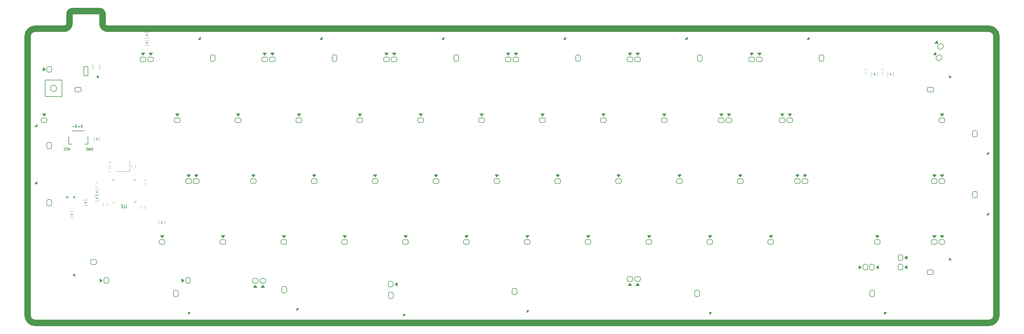
<source format=gbr>
G04 #@! TF.GenerationSoftware,KiCad,Pcbnew,(5.1.10)-1*
G04 #@! TF.CreationDate,2021-10-06T09:16:15+07:00*
G04 #@! TF.ProjectId,averange65,61766572-616e-4676-9536-352e6b696361,rev?*
G04 #@! TF.SameCoordinates,Original*
G04 #@! TF.FileFunction,Legend,Bot*
G04 #@! TF.FilePolarity,Positive*
%FSLAX46Y46*%
G04 Gerber Fmt 4.6, Leading zero omitted, Abs format (unit mm)*
G04 Created by KiCad (PCBNEW (5.1.10)-1) date 2021-10-06 09:16:15*
%MOMM*%
%LPD*%
G01*
G04 APERTURE LIST*
%ADD10C,2.000000*%
%ADD11C,0.187500*%
%ADD12C,0.120000*%
%ADD13C,0.150000*%
%ADD14C,0.100000*%
G04 APERTURE END LIST*
D10*
X303856094Y-129708468D02*
X303856094Y-42364041D01*
X301492267Y-39998726D02*
G75*
G02*
X303856094Y-42364041I-17373J-2381190D01*
G01*
X25631611Y-39998596D02*
G75*
G02*
X24058790Y-38427036I14602J1587435D01*
G01*
X301489497Y-39998704D02*
X25629071Y-39998572D01*
X24058790Y-38427036D02*
X24058552Y-35220276D01*
X643088Y-42364735D02*
G75*
G02*
X3002070Y-39998767I2381205J-15181D01*
G01*
X643040Y-42395793D02*
X643040Y-129676719D01*
X3008419Y-132073846D02*
G75*
G02*
X643040Y-129676719I15874J2381253D01*
G01*
X3008420Y-132073846D02*
X301490767Y-132073793D01*
X23280946Y-34442561D02*
G75*
G02*
X24058552Y-35220276I-15986J-793590D01*
G01*
X303856084Y-129709968D02*
G75*
G02*
X301490767Y-132073793I-2381190J17375D01*
G01*
X23280834Y-34442559D02*
X14517818Y-34442559D01*
X13740103Y-35220165D02*
G75*
G02*
X14517818Y-34442559I793590J-15986D01*
G01*
X13739857Y-38427728D02*
G75*
G02*
X12174662Y-39998508I-1587417J16567D01*
G01*
X12174662Y-39998508D02*
X3002070Y-39998767D01*
X13740101Y-35220277D02*
X13739863Y-38427036D01*
D11*
X17766219Y-70903995D02*
X17766219Y-70153995D01*
X17587647Y-70153995D01*
X17480505Y-70189710D01*
X17409076Y-70261138D01*
X17373362Y-70332567D01*
X17337647Y-70475424D01*
X17337647Y-70582567D01*
X17373362Y-70725424D01*
X17409076Y-70796852D01*
X17480505Y-70868281D01*
X17587647Y-70903995D01*
X17766219Y-70903995D01*
X17016219Y-70618281D02*
X16444790Y-70618281D01*
X16730505Y-70903995D02*
X16730505Y-70332567D01*
X15980274Y-70903995D02*
X15980274Y-70153995D01*
X15801702Y-70153995D01*
X15694560Y-70189710D01*
X15623131Y-70261138D01*
X15587417Y-70332567D01*
X15551702Y-70475424D01*
X15551702Y-70582567D01*
X15587417Y-70725424D01*
X15623131Y-70796852D01*
X15694560Y-70868281D01*
X15801702Y-70903995D01*
X15980274Y-70903995D01*
X15230274Y-70618281D02*
X14658845Y-70618281D01*
X20653508Y-77333490D02*
X20724937Y-77297775D01*
X20832080Y-77297775D01*
X20939222Y-77333490D01*
X21010651Y-77404918D01*
X21046365Y-77476347D01*
X21082080Y-77619204D01*
X21082080Y-77726347D01*
X21046365Y-77869204D01*
X21010651Y-77940632D01*
X20939222Y-78012061D01*
X20832080Y-78047775D01*
X20760651Y-78047775D01*
X20653508Y-78012061D01*
X20617794Y-77976347D01*
X20617794Y-77726347D01*
X20760651Y-77726347D01*
X20296365Y-78047775D02*
X20296365Y-77297775D01*
X19867794Y-78047775D01*
X19867794Y-77297775D01*
X19510651Y-78047775D02*
X19510651Y-77297775D01*
X19332080Y-77297775D01*
X19224937Y-77333490D01*
X19153508Y-77404918D01*
X19117794Y-77476347D01*
X19082080Y-77619204D01*
X19082080Y-77726347D01*
X19117794Y-77869204D01*
X19153508Y-77940632D01*
X19224937Y-78012061D01*
X19332080Y-78047775D01*
X19510651Y-78047775D01*
X13938300Y-77297775D02*
X13688300Y-78047775D01*
X13438300Y-77297775D01*
X12759728Y-77976347D02*
X12795442Y-78012061D01*
X12902585Y-78047775D01*
X12974014Y-78047775D01*
X13081157Y-78012061D01*
X13152585Y-77940632D01*
X13188300Y-77869204D01*
X13224014Y-77726347D01*
X13224014Y-77619204D01*
X13188300Y-77476347D01*
X13152585Y-77404918D01*
X13081157Y-77333490D01*
X12974014Y-77297775D01*
X12902585Y-77297775D01*
X12795442Y-77333490D01*
X12759728Y-77369204D01*
X12009728Y-77976347D02*
X12045442Y-78012061D01*
X12152585Y-78047775D01*
X12224014Y-78047775D01*
X12331157Y-78012061D01*
X12402585Y-77940632D01*
X12438300Y-77869204D01*
X12474014Y-77726347D01*
X12474014Y-77619204D01*
X12438300Y-77476347D01*
X12402585Y-77404918D01*
X12331157Y-77333490D01*
X12224014Y-77297775D01*
X12152585Y-77297775D01*
X12045442Y-77333490D01*
X12009728Y-77369204D01*
D12*
X21059750Y-50816000D02*
X21059750Y-52816000D01*
X23199750Y-52816000D02*
X23199750Y-50816000D01*
D13*
X13510190Y-76155340D02*
X14510190Y-76155340D01*
X13510190Y-73755340D02*
X13510190Y-76155340D01*
X18510190Y-71955340D02*
X14510190Y-71955340D01*
X19510190Y-76155340D02*
X19510190Y-73755340D01*
X18510190Y-76155340D02*
X19510190Y-76155340D01*
D12*
X32559380Y-84692130D02*
X28559380Y-84692130D01*
X32559380Y-81392130D02*
X32559380Y-84692130D01*
D13*
X9771095Y-58658410D02*
G75*
G03*
X9771095Y-58658410I-1000000J0D01*
G01*
X11371095Y-61258410D02*
X11371095Y-56058410D01*
X6171095Y-61258410D02*
X11371095Y-61258410D01*
X6171095Y-56058410D02*
X6171095Y-61258410D01*
X11371095Y-56058410D02*
X6171095Y-56058410D01*
X19538513Y-54705332D02*
X18238513Y-54705332D01*
X19538513Y-51805332D02*
X19538513Y-54705332D01*
X18238513Y-51805332D02*
X19538513Y-51805332D01*
X18238513Y-51805332D02*
X18238513Y-54705332D01*
D14*
X270909108Y-54243309D02*
X270509108Y-54143309D01*
X270509108Y-53943309D02*
X270909108Y-53843309D01*
X270909108Y-54443309D02*
X270509108Y-54343309D01*
X270509108Y-54543309D02*
X270909108Y-54443309D01*
X270509108Y-54343309D02*
X270909108Y-54243309D01*
X270509108Y-54143309D02*
X270909108Y-54043309D01*
X270909108Y-54043309D02*
X270509108Y-53943309D01*
D12*
X271589108Y-54793309D02*
X271589108Y-53593309D01*
X269829108Y-53593309D02*
X269829108Y-54793309D01*
D14*
X265448939Y-54143309D02*
X265848939Y-54243309D01*
X265848939Y-54443309D02*
X265448939Y-54543309D01*
X265448939Y-53943309D02*
X265848939Y-54043309D01*
X265848939Y-53843309D02*
X265448939Y-53943309D01*
X265848939Y-54043309D02*
X265448939Y-54143309D01*
X265848939Y-54243309D02*
X265448939Y-54343309D01*
X265448939Y-54343309D02*
X265848939Y-54443309D01*
D12*
X264768939Y-53593309D02*
X264768939Y-54793309D01*
X266528939Y-54793309D02*
X266528939Y-53593309D01*
D14*
X18714250Y-94624500D02*
X18814250Y-94224500D01*
X19014250Y-94224500D02*
X19114250Y-94624500D01*
X18514250Y-94624500D02*
X18614250Y-94224500D01*
X18414250Y-94224500D02*
X18514250Y-94624500D01*
X18614250Y-94224500D02*
X18714250Y-94624500D01*
X18814250Y-94224500D02*
X18914250Y-94624500D01*
X18914250Y-94624500D02*
X19014250Y-94224500D01*
D12*
X18164250Y-95304500D02*
X19364250Y-95304500D01*
X19364250Y-93544500D02*
X18164250Y-93544500D01*
D14*
X14396250Y-98307500D02*
X14496250Y-97907500D01*
X14696250Y-97907500D02*
X14796250Y-98307500D01*
X14196250Y-98307500D02*
X14296250Y-97907500D01*
X14096250Y-97907500D02*
X14196250Y-98307500D01*
X14296250Y-97907500D02*
X14396250Y-98307500D01*
X14496250Y-97907500D02*
X14596250Y-98307500D01*
X14596250Y-98307500D02*
X14696250Y-97907500D01*
D12*
X13846250Y-98987500D02*
X15046250Y-98987500D01*
X15046250Y-97227500D02*
X13846250Y-97227500D01*
D14*
X42776750Y-100697500D02*
X42376750Y-100597500D01*
X42376750Y-100397500D02*
X42776750Y-100297500D01*
X42776750Y-100897500D02*
X42376750Y-100797500D01*
X42376750Y-100997500D02*
X42776750Y-100897500D01*
X42376750Y-100797500D02*
X42776750Y-100697500D01*
X42376750Y-100597500D02*
X42776750Y-100497500D01*
X42776750Y-100497500D02*
X42376750Y-100397500D01*
D12*
X43456750Y-101247500D02*
X43456750Y-100047500D01*
X41696750Y-100047500D02*
X41696750Y-101247500D01*
D14*
X22120250Y-74496500D02*
X22520250Y-74596500D01*
X22520250Y-74796500D02*
X22120250Y-74896500D01*
X22120250Y-74296500D02*
X22520250Y-74396500D01*
X22520250Y-74196500D02*
X22120250Y-74296500D01*
X22520250Y-74396500D02*
X22120250Y-74496500D01*
X22520250Y-74596500D02*
X22120250Y-74696500D01*
X22120250Y-74696500D02*
X22520250Y-74796500D01*
D12*
X21440250Y-73946500D02*
X21440250Y-75146500D01*
X23200250Y-75146500D02*
X23200250Y-73946500D01*
D14*
X22364597Y-92838023D02*
X22264597Y-93238023D01*
X22064597Y-93238023D02*
X21964597Y-92838023D01*
X22564597Y-92838023D02*
X22464597Y-93238023D01*
X22664597Y-93238023D02*
X22564597Y-92838023D01*
X22464597Y-93238023D02*
X22364597Y-92838023D01*
X22264597Y-93238023D02*
X22164597Y-92838023D01*
X22164597Y-92838023D02*
X22064597Y-93238023D01*
D12*
X22914597Y-92158023D02*
X21714597Y-92158023D01*
X21714597Y-93918023D02*
X22914597Y-93918023D01*
D14*
X22364597Y-90903246D02*
X22264597Y-91303246D01*
X22064597Y-91303246D02*
X21964597Y-90903246D01*
X22564597Y-90903246D02*
X22464597Y-91303246D01*
X22664597Y-91303246D02*
X22564597Y-90903246D01*
X22464597Y-91303246D02*
X22364597Y-90903246D01*
X22264597Y-91303246D02*
X22164597Y-90903246D01*
X22164597Y-90903246D02*
X22064597Y-91303246D01*
D12*
X22914597Y-90223246D02*
X21714597Y-90223246D01*
X21714597Y-91983246D02*
X22914597Y-91983246D01*
D14*
X37991530Y-44170850D02*
X37891530Y-44570850D01*
X37691530Y-44570850D02*
X37591530Y-44170850D01*
X38191530Y-44170850D02*
X38091530Y-44570850D01*
X38291530Y-44570850D02*
X38191530Y-44170850D01*
X38091530Y-44570850D02*
X37991530Y-44170850D01*
X37891530Y-44570850D02*
X37791530Y-44170850D01*
X37791530Y-44170850D02*
X37691530Y-44570850D01*
D12*
X38541530Y-43490850D02*
X37341530Y-43490850D01*
X37341530Y-45250850D02*
X38541530Y-45250850D01*
D14*
X37991530Y-41789590D02*
X37891530Y-42189590D01*
X37691530Y-42189590D02*
X37591530Y-41789590D01*
X38191530Y-41789590D02*
X38091530Y-42189590D01*
X38291530Y-42189590D02*
X38191530Y-41789590D01*
X38091530Y-42189590D02*
X37991530Y-41789590D01*
X37891530Y-42189590D02*
X37791530Y-41789590D01*
X37791530Y-41789590D02*
X37691530Y-42189590D01*
D12*
X38541530Y-41109590D02*
X37341530Y-41109590D01*
X37341530Y-42869590D02*
X38541530Y-42869590D01*
X267834881Y-53900338D02*
X268534881Y-53900338D01*
X268534881Y-52700338D02*
X267834881Y-52700338D01*
X263320026Y-52700338D02*
X262620026Y-52700338D01*
X262620026Y-53900338D02*
X263320026Y-53900338D01*
X36956250Y-88611000D02*
X37656250Y-88611000D01*
X37656250Y-87411000D02*
X36956250Y-87411000D01*
X22515768Y-88270811D02*
X21815768Y-88270811D01*
X21815768Y-89470811D02*
X22515768Y-89470811D01*
X26654880Y-83585130D02*
X25954880Y-83585130D01*
X25954880Y-84785130D02*
X26654880Y-84785130D01*
X37350706Y-96362000D02*
X37350706Y-95662000D01*
X36150706Y-95662000D02*
X36150706Y-96362000D01*
X26654880Y-81807130D02*
X25954880Y-81807130D01*
X25954880Y-83007130D02*
X26654880Y-83007130D01*
X34334380Y-83455630D02*
X34334380Y-82755630D01*
X33134380Y-82755630D02*
X33134380Y-83455630D01*
X25523750Y-95397500D02*
X25523750Y-94697500D01*
X24323750Y-94697500D02*
X24323750Y-95397500D01*
D14*
G36*
X289792570Y-112418020D02*
G01*
X288992570Y-112418020D01*
X288992570Y-111618020D01*
X289792570Y-112418020D01*
G37*
X289792570Y-112418020D02*
X288992570Y-112418020D01*
X288992570Y-111618020D01*
X289792570Y-112418020D01*
D13*
X284142570Y-116468020D02*
X284142570Y-115968020D01*
X282642570Y-116968020D02*
X283642570Y-116968020D01*
X282142570Y-115968020D02*
X282142570Y-116468020D01*
X283642570Y-115468020D02*
X282642570Y-115468020D01*
X282142570Y-116468020D02*
G75*
G03*
X282642570Y-116968020I500000J0D01*
G01*
X283642570Y-116968020D02*
G75*
G03*
X284142570Y-116468020I0J500000D01*
G01*
X284142570Y-115968020D02*
G75*
G03*
X283642570Y-115468020I-500000J0D01*
G01*
X282642570Y-115468020D02*
G75*
G03*
X282142570Y-115968020I0J-500000D01*
G01*
D14*
G36*
X268742350Y-129533470D02*
G01*
X268742350Y-128733470D01*
X269542350Y-128733470D01*
X268742350Y-129533470D01*
G37*
X268742350Y-129533470D02*
X268742350Y-128733470D01*
X269542350Y-128733470D01*
X268742350Y-129533470D01*
D13*
X264692350Y-123883470D02*
X265192350Y-123883470D01*
X264192350Y-122383470D02*
X264192350Y-123383470D01*
X265192350Y-121883470D02*
X264692350Y-121883470D01*
X265692350Y-123383470D02*
X265692350Y-122383470D01*
X264692350Y-121883470D02*
G75*
G03*
X264192350Y-122383470I0J-500000D01*
G01*
X264192350Y-123383470D02*
G75*
G03*
X264692350Y-123883470I500000J0D01*
G01*
X265192350Y-123883470D02*
G75*
G03*
X265692350Y-123383470I0J500000D01*
G01*
X265692350Y-122383470D02*
G75*
G03*
X265192350Y-121883470I-500000J0D01*
G01*
D14*
G36*
X213973510Y-129533690D02*
G01*
X213973510Y-128733690D01*
X214773510Y-128733690D01*
X213973510Y-129533690D01*
G37*
X213973510Y-129533690D02*
X213973510Y-128733690D01*
X214773510Y-128733690D01*
X213973510Y-129533690D01*
D13*
X209923510Y-123883690D02*
X210423510Y-123883690D01*
X209423510Y-122383690D02*
X209423510Y-123383690D01*
X210423510Y-121883690D02*
X209923510Y-121883690D01*
X210923510Y-123383690D02*
X210923510Y-122383690D01*
X209923510Y-121883690D02*
G75*
G03*
X209423510Y-122383690I0J-500000D01*
G01*
X209423510Y-123383690D02*
G75*
G03*
X209923510Y-123883690I500000J0D01*
G01*
X210423510Y-123883690D02*
G75*
G03*
X210923510Y-123383690I0J500000D01*
G01*
X210923510Y-122383690D02*
G75*
G03*
X210423510Y-121883690I-500000J0D01*
G01*
D14*
G36*
X156822626Y-128938155D02*
G01*
X156822626Y-128138155D01*
X157622626Y-128138155D01*
X156822626Y-128938155D01*
G37*
X156822626Y-128938155D02*
X156822626Y-128138155D01*
X157622626Y-128138155D01*
X156822626Y-128938155D01*
D13*
X152772626Y-123288155D02*
X153272626Y-123288155D01*
X152272626Y-121788155D02*
X152272626Y-122788155D01*
X153272626Y-121288155D02*
X152772626Y-121288155D01*
X153772626Y-122788155D02*
X153772626Y-121788155D01*
X152772626Y-121288155D02*
G75*
G03*
X152272626Y-121788155I0J-500000D01*
G01*
X152272626Y-122788155D02*
G75*
G03*
X152772626Y-123288155I500000J0D01*
G01*
X153272626Y-123288155D02*
G75*
G03*
X153772626Y-122788155I0J500000D01*
G01*
X153772626Y-121788155D02*
G75*
G03*
X153272626Y-121288155I-500000J0D01*
G01*
D14*
G36*
X118127281Y-130128507D02*
G01*
X118127281Y-129328507D01*
X118927281Y-129328507D01*
X118127281Y-130128507D01*
G37*
X118127281Y-130128507D02*
X118127281Y-129328507D01*
X118927281Y-129328507D01*
X118127281Y-130128507D01*
D13*
X114077281Y-124478507D02*
X114577281Y-124478507D01*
X113577281Y-122978507D02*
X113577281Y-123978507D01*
X114577281Y-122478507D02*
X114077281Y-122478507D01*
X115077281Y-123978507D02*
X115077281Y-122978507D01*
X114077281Y-122478507D02*
G75*
G03*
X113577281Y-122978507I0J-500000D01*
G01*
X113577281Y-123978507D02*
G75*
G03*
X114077281Y-124478507I500000J0D01*
G01*
X114577281Y-124478507D02*
G75*
G03*
X115077281Y-123978507I0J500000D01*
G01*
X115077281Y-122978507D02*
G75*
G03*
X114577281Y-122478507I-500000J0D01*
G01*
D14*
G36*
X84789753Y-128342568D02*
G01*
X84789753Y-127542568D01*
X85589753Y-127542568D01*
X84789753Y-128342568D01*
G37*
X84789753Y-128342568D02*
X84789753Y-127542568D01*
X85589753Y-127542568D01*
X84789753Y-128342568D01*
D13*
X80739753Y-122692568D02*
X81239753Y-122692568D01*
X80239753Y-121192568D02*
X80239753Y-122192568D01*
X81239753Y-120692568D02*
X80739753Y-120692568D01*
X81739753Y-122192568D02*
X81739753Y-121192568D01*
X80739753Y-120692568D02*
G75*
G03*
X80239753Y-121192568I0J-500000D01*
G01*
X80239753Y-122192568D02*
G75*
G03*
X80739753Y-122692568I500000J0D01*
G01*
X81239753Y-122692568D02*
G75*
G03*
X81739753Y-122192568I0J500000D01*
G01*
X81739753Y-121192568D02*
G75*
G03*
X81239753Y-120692568I-500000J0D01*
G01*
D14*
G36*
X50857200Y-129533690D02*
G01*
X50857200Y-128733690D01*
X51657200Y-128733690D01*
X50857200Y-129533690D01*
G37*
X50857200Y-129533690D02*
X50857200Y-128733690D01*
X51657200Y-128733690D01*
X50857200Y-129533690D01*
D13*
X46807200Y-123883690D02*
X47307200Y-123883690D01*
X46307200Y-122383690D02*
X46307200Y-123383690D01*
X47307200Y-121883690D02*
X46807200Y-121883690D01*
X47807200Y-123383690D02*
X47807200Y-122383690D01*
X46807200Y-121883690D02*
G75*
G03*
X46307200Y-122383690I0J-500000D01*
G01*
X46307200Y-123383690D02*
G75*
G03*
X46807200Y-123883690I500000J0D01*
G01*
X47307200Y-123883690D02*
G75*
G03*
X47807200Y-123383690I0J500000D01*
G01*
X47807200Y-122383690D02*
G75*
G03*
X47307200Y-121883690I-500000J0D01*
G01*
D14*
G36*
X14691450Y-116818020D02*
G01*
X15491450Y-116818020D01*
X15491450Y-117618020D01*
X14691450Y-116818020D01*
G37*
X14691450Y-116818020D02*
X15491450Y-116818020D01*
X15491450Y-117618020D01*
X14691450Y-116818020D01*
D13*
X20341450Y-112768020D02*
X20341450Y-113268020D01*
X21841450Y-112268020D02*
X20841450Y-112268020D01*
X22341450Y-113268020D02*
X22341450Y-112768020D01*
X20841450Y-113768020D02*
X21841450Y-113768020D01*
X22341450Y-112768020D02*
G75*
G03*
X21841450Y-112268020I-500000J0D01*
G01*
X20841450Y-112268020D02*
G75*
G03*
X20341450Y-112768020I0J-500000D01*
G01*
X20341450Y-113268020D02*
G75*
G03*
X20841450Y-113768020I500000J0D01*
G01*
X21841450Y-113768020D02*
G75*
G03*
X22341450Y-113268020I0J500000D01*
G01*
D14*
G36*
X3594520Y-87796050D02*
G01*
X3594520Y-88596050D01*
X2794520Y-88596050D01*
X3594520Y-87796050D01*
G37*
X3594520Y-87796050D02*
X3594520Y-88596050D01*
X2794520Y-88596050D01*
X3594520Y-87796050D01*
D13*
X7644520Y-93446050D02*
X7144520Y-93446050D01*
X8144520Y-94946050D02*
X8144520Y-93946050D01*
X7144520Y-95446050D02*
X7644520Y-95446050D01*
X6644520Y-93946050D02*
X6644520Y-94946050D01*
X7644520Y-95446050D02*
G75*
G03*
X8144520Y-94946050I0J500000D01*
G01*
X8144520Y-93946050D02*
G75*
G03*
X7644520Y-93446050I-500000J0D01*
G01*
X7144520Y-93446050D02*
G75*
G03*
X6644520Y-93946050I0J-500000D01*
G01*
X6644520Y-94946050D02*
G75*
G03*
X7144520Y-95446050I500000J0D01*
G01*
D14*
G36*
X3594520Y-69936600D02*
G01*
X3594520Y-70736600D01*
X2794520Y-70736600D01*
X3594520Y-69936600D01*
G37*
X3594520Y-69936600D02*
X3594520Y-70736600D01*
X2794520Y-70736600D01*
X3594520Y-69936600D01*
D13*
X7644520Y-75586600D02*
X7144520Y-75586600D01*
X8144520Y-77086600D02*
X8144520Y-76086600D01*
X7144520Y-77586600D02*
X7644520Y-77586600D01*
X6644520Y-76086600D02*
X6644520Y-77086600D01*
X7644520Y-77586600D02*
G75*
G03*
X8144520Y-77086600I0J500000D01*
G01*
X8144520Y-76086600D02*
G75*
G03*
X7644520Y-75586600I-500000J0D01*
G01*
X7144520Y-75586600D02*
G75*
G03*
X6644520Y-76086600I0J-500000D01*
G01*
X6644520Y-77086600D02*
G75*
G03*
X7144520Y-77586600I500000J0D01*
G01*
D14*
G36*
X300889500Y-98577310D02*
G01*
X300889500Y-97777310D01*
X301689500Y-97777310D01*
X300889500Y-98577310D01*
G37*
X300889500Y-98577310D02*
X300889500Y-97777310D01*
X301689500Y-97777310D01*
X300889500Y-98577310D01*
D13*
X296839500Y-92927310D02*
X297339500Y-92927310D01*
X296339500Y-91427310D02*
X296339500Y-92427310D01*
X297339500Y-90927310D02*
X296839500Y-90927310D01*
X297839500Y-92427310D02*
X297839500Y-91427310D01*
X296839500Y-90927310D02*
G75*
G03*
X296339500Y-91427310I0J-500000D01*
G01*
X296339500Y-92427310D02*
G75*
G03*
X296839500Y-92927310I500000J0D01*
G01*
X297339500Y-92927310D02*
G75*
G03*
X297839500Y-92427310I0J500000D01*
G01*
X297839500Y-91427310D02*
G75*
G03*
X297339500Y-90927310I-500000J0D01*
G01*
D14*
G36*
X300889500Y-79527230D02*
G01*
X300889500Y-78727230D01*
X301689500Y-78727230D01*
X300889500Y-79527230D01*
G37*
X300889500Y-79527230D02*
X300889500Y-78727230D01*
X301689500Y-78727230D01*
X300889500Y-79527230D01*
D13*
X296839500Y-73877230D02*
X297339500Y-73877230D01*
X296339500Y-72377230D02*
X296339500Y-73377230D01*
X297339500Y-71877230D02*
X296839500Y-71877230D01*
X297839500Y-73377230D02*
X297839500Y-72377230D01*
X296839500Y-71877230D02*
G75*
G03*
X296339500Y-72377230I0J-500000D01*
G01*
X296339500Y-73377230D02*
G75*
G03*
X296839500Y-73877230I500000J0D01*
G01*
X297339500Y-73877230D02*
G75*
G03*
X297839500Y-73377230I0J500000D01*
G01*
X297839500Y-72377230D02*
G75*
G03*
X297339500Y-71877230I-500000J0D01*
G01*
D14*
G36*
X289792570Y-55267780D02*
G01*
X288992570Y-55267780D01*
X288992570Y-54467780D01*
X289792570Y-55267780D01*
G37*
X289792570Y-55267780D02*
X288992570Y-55267780D01*
X288992570Y-54467780D01*
X289792570Y-55267780D01*
D13*
X284142570Y-59317780D02*
X284142570Y-58817780D01*
X282642570Y-59817780D02*
X283642570Y-59817780D01*
X282142570Y-58817780D02*
X282142570Y-59317780D01*
X283642570Y-58317780D02*
X282642570Y-58317780D01*
X282142570Y-59317780D02*
G75*
G03*
X282642570Y-59817780I500000J0D01*
G01*
X283642570Y-59817780D02*
G75*
G03*
X284142570Y-59317780I0J500000D01*
G01*
X284142570Y-58817780D02*
G75*
G03*
X283642570Y-58317780I-500000J0D01*
G01*
X282642570Y-58317780D02*
G75*
G03*
X282142570Y-58817780I0J-500000D01*
G01*
D14*
G36*
X245292410Y-42552110D02*
G01*
X245292410Y-43352110D01*
X244492410Y-43352110D01*
X245292410Y-42552110D01*
G37*
X245292410Y-42552110D02*
X245292410Y-43352110D01*
X244492410Y-43352110D01*
X245292410Y-42552110D01*
D13*
X249342410Y-48202110D02*
X248842410Y-48202110D01*
X249842410Y-49702110D02*
X249842410Y-48702110D01*
X248842410Y-50202110D02*
X249342410Y-50202110D01*
X248342410Y-48702110D02*
X248342410Y-49702110D01*
X249342410Y-50202110D02*
G75*
G03*
X249842410Y-49702110I0J500000D01*
G01*
X249842410Y-48702110D02*
G75*
G03*
X249342410Y-48202110I-500000J0D01*
G01*
X248842410Y-48202110D02*
G75*
G03*
X248342410Y-48702110I0J-500000D01*
G01*
X248342410Y-49702110D02*
G75*
G03*
X248842410Y-50202110I500000J0D01*
G01*
D14*
G36*
X207192250Y-42552110D02*
G01*
X207192250Y-43352110D01*
X206392250Y-43352110D01*
X207192250Y-42552110D01*
G37*
X207192250Y-42552110D02*
X207192250Y-43352110D01*
X206392250Y-43352110D01*
X207192250Y-42552110D01*
D13*
X211242250Y-48202110D02*
X210742250Y-48202110D01*
X211742250Y-49702110D02*
X211742250Y-48702110D01*
X210742250Y-50202110D02*
X211242250Y-50202110D01*
X210242250Y-48702110D02*
X210242250Y-49702110D01*
X211242250Y-50202110D02*
G75*
G03*
X211742250Y-49702110I0J500000D01*
G01*
X211742250Y-48702110D02*
G75*
G03*
X211242250Y-48202110I-500000J0D01*
G01*
X210742250Y-48202110D02*
G75*
G03*
X210242250Y-48702110I0J-500000D01*
G01*
X210242250Y-49702110D02*
G75*
G03*
X210742250Y-50202110I500000J0D01*
G01*
D14*
G36*
X169092090Y-42552110D02*
G01*
X169092090Y-43352110D01*
X168292090Y-43352110D01*
X169092090Y-42552110D01*
G37*
X169092090Y-42552110D02*
X169092090Y-43352110D01*
X168292090Y-43352110D01*
X169092090Y-42552110D01*
D13*
X173142090Y-48202110D02*
X172642090Y-48202110D01*
X173642090Y-49702110D02*
X173642090Y-48702110D01*
X172642090Y-50202110D02*
X173142090Y-50202110D01*
X172142090Y-48702110D02*
X172142090Y-49702110D01*
X173142090Y-50202110D02*
G75*
G03*
X173642090Y-49702110I0J500000D01*
G01*
X173642090Y-48702110D02*
G75*
G03*
X173142090Y-48202110I-500000J0D01*
G01*
X172642090Y-48202110D02*
G75*
G03*
X172142090Y-48702110I0J-500000D01*
G01*
X172142090Y-49702110D02*
G75*
G03*
X172642090Y-50202110I500000J0D01*
G01*
D14*
G36*
X130991930Y-42552110D02*
G01*
X130991930Y-43352110D01*
X130191930Y-43352110D01*
X130991930Y-42552110D01*
G37*
X130991930Y-42552110D02*
X130991930Y-43352110D01*
X130191930Y-43352110D01*
X130991930Y-42552110D01*
D13*
X135041930Y-48202110D02*
X134541930Y-48202110D01*
X135541930Y-49702110D02*
X135541930Y-48702110D01*
X134541930Y-50202110D02*
X135041930Y-50202110D01*
X134041930Y-48702110D02*
X134041930Y-49702110D01*
X135041930Y-50202110D02*
G75*
G03*
X135541930Y-49702110I0J500000D01*
G01*
X135541930Y-48702110D02*
G75*
G03*
X135041930Y-48202110I-500000J0D01*
G01*
X134541930Y-48202110D02*
G75*
G03*
X134041930Y-48702110I0J-500000D01*
G01*
X134041930Y-49702110D02*
G75*
G03*
X134541930Y-50202110I500000J0D01*
G01*
D14*
G36*
X92891770Y-42552110D02*
G01*
X92891770Y-43352110D01*
X92091770Y-43352110D01*
X92891770Y-42552110D01*
G37*
X92891770Y-42552110D02*
X92891770Y-43352110D01*
X92091770Y-43352110D01*
X92891770Y-42552110D01*
D13*
X96941770Y-48202110D02*
X96441770Y-48202110D01*
X97441770Y-49702110D02*
X97441770Y-48702110D01*
X96441770Y-50202110D02*
X96941770Y-50202110D01*
X95941770Y-48702110D02*
X95941770Y-49702110D01*
X96941770Y-50202110D02*
G75*
G03*
X97441770Y-49702110I0J500000D01*
G01*
X97441770Y-48702110D02*
G75*
G03*
X96941770Y-48202110I-500000J0D01*
G01*
X96441770Y-48202110D02*
G75*
G03*
X95941770Y-48702110I0J-500000D01*
G01*
X95941770Y-49702110D02*
G75*
G03*
X96441770Y-50202110I500000J0D01*
G01*
D14*
G36*
X54791610Y-42552110D02*
G01*
X54791610Y-43352110D01*
X53991610Y-43352110D01*
X54791610Y-42552110D01*
G37*
X54791610Y-42552110D02*
X54791610Y-43352110D01*
X53991610Y-43352110D01*
X54791610Y-42552110D01*
D13*
X58841610Y-48202110D02*
X58341610Y-48202110D01*
X59341610Y-49702110D02*
X59341610Y-48702110D01*
X58341610Y-50202110D02*
X58841610Y-50202110D01*
X57841610Y-48702110D02*
X57841610Y-49702110D01*
X58841610Y-50202110D02*
G75*
G03*
X59341610Y-49702110I0J500000D01*
G01*
X59341610Y-48702110D02*
G75*
G03*
X58841610Y-48202110I-500000J0D01*
G01*
X58341610Y-48202110D02*
G75*
G03*
X57841610Y-48702110I0J-500000D01*
G01*
X57841610Y-49702110D02*
G75*
G03*
X58341610Y-50202110I500000J0D01*
G01*
D14*
G36*
X23091450Y-55267780D02*
G01*
X22291450Y-55267780D01*
X22291450Y-54467780D01*
X23091450Y-55267780D01*
G37*
X23091450Y-55267780D02*
X22291450Y-55267780D01*
X22291450Y-54467780D01*
X23091450Y-55267780D01*
D13*
X17441450Y-59317780D02*
X17441450Y-58817780D01*
X15941450Y-59817780D02*
X16941450Y-59817780D01*
X15441450Y-58817780D02*
X15441450Y-59317780D01*
X16941450Y-58317780D02*
X15941450Y-58317780D01*
X15441450Y-59317780D02*
G75*
G03*
X15941450Y-59817780I500000J0D01*
G01*
X16941450Y-59817780D02*
G75*
G03*
X17441450Y-59317780I0J500000D01*
G01*
X17441450Y-58817780D02*
G75*
G03*
X16941450Y-58317780I-500000J0D01*
G01*
X15941450Y-58317780D02*
G75*
G03*
X15441450Y-58817780I0J-500000D01*
G01*
D14*
G36*
X275072215Y-114618020D02*
G01*
X275872215Y-115218020D01*
X275872215Y-114018020D01*
X275072215Y-114618020D01*
G37*
X275072215Y-114618020D02*
X275872215Y-115218020D01*
X275872215Y-114018020D01*
X275072215Y-114618020D01*
D13*
X274072177Y-113718020D02*
X273572215Y-113718020D01*
X273072215Y-115018020D02*
X273072215Y-114218020D01*
X273572253Y-115518020D02*
X274072215Y-115518020D01*
X274572215Y-115018020D02*
X274572215Y-114218020D01*
X274072215Y-115518020D02*
G75*
G03*
X274572215Y-115018020I0J500000D01*
G01*
X273072215Y-115018020D02*
G75*
G03*
X273572215Y-115518020I500000J0D01*
G01*
X273572215Y-113718020D02*
G75*
G03*
X273072215Y-114218020I0J-500000D01*
G01*
X274572215Y-114218020D02*
G75*
G03*
X274072215Y-113718020I-500000J0D01*
G01*
D14*
G36*
X266142490Y-114618020D02*
G01*
X266942490Y-115218020D01*
X266942490Y-114018020D01*
X266142490Y-114618020D01*
G37*
X266142490Y-114618020D02*
X266942490Y-115218020D01*
X266942490Y-114018020D01*
X266142490Y-114618020D01*
D13*
X265142452Y-113718020D02*
X264642490Y-113718020D01*
X264142490Y-115018020D02*
X264142490Y-114218020D01*
X264642528Y-115518020D02*
X265142490Y-115518020D01*
X265642490Y-115018020D02*
X265642490Y-114218020D01*
X265142490Y-115518020D02*
G75*
G03*
X265642490Y-115018020I0J500000D01*
G01*
X264142490Y-115018020D02*
G75*
G03*
X264642490Y-115518020I500000J0D01*
G01*
X264642490Y-113718020D02*
G75*
G03*
X264142490Y-114218020I0J-500000D01*
G01*
X265642490Y-114218020D02*
G75*
G03*
X265142490Y-113718020I-500000J0D01*
G01*
D14*
G36*
X261584515Y-114617800D02*
G01*
X260784515Y-114017800D01*
X260784515Y-115217800D01*
X261584515Y-114617800D01*
G37*
X261584515Y-114617800D02*
X260784515Y-114017800D01*
X260784515Y-115217800D01*
X261584515Y-114617800D01*
D13*
X262584553Y-115517800D02*
X263084515Y-115517800D01*
X263584515Y-114217800D02*
X263584515Y-115017800D01*
X263084477Y-113717800D02*
X262584515Y-113717800D01*
X262084515Y-114217800D02*
X262084515Y-115017800D01*
X262584515Y-113717800D02*
G75*
G03*
X262084515Y-114217800I0J-500000D01*
G01*
X263584515Y-114217800D02*
G75*
G03*
X263084515Y-113717800I-500000J0D01*
G01*
X263084515Y-115517800D02*
G75*
G03*
X263584515Y-115017800I0J500000D01*
G01*
X262084515Y-115017800D02*
G75*
G03*
X262584515Y-115517800I500000J0D01*
G01*
D14*
G36*
X275072075Y-111641225D02*
G01*
X275872075Y-112241225D01*
X275872075Y-111041225D01*
X275072075Y-111641225D01*
G37*
X275072075Y-111641225D02*
X275872075Y-112241225D01*
X275872075Y-111041225D01*
X275072075Y-111641225D01*
D13*
X274072037Y-110741225D02*
X273572075Y-110741225D01*
X273072075Y-112041225D02*
X273072075Y-111241225D01*
X273572113Y-112541225D02*
X274072075Y-112541225D01*
X274572075Y-112041225D02*
X274572075Y-111241225D01*
X274072075Y-112541225D02*
G75*
G03*
X274572075Y-112041225I0J500000D01*
G01*
X273072075Y-112041225D02*
G75*
G03*
X273572075Y-112541225I500000J0D01*
G01*
X273572075Y-110741225D02*
G75*
G03*
X273072075Y-111241225I0J-500000D01*
G01*
X274572075Y-111241225D02*
G75*
G03*
X274072075Y-110741225I-500000J0D01*
G01*
D14*
G36*
X191532032Y-119575377D02*
G01*
X190932032Y-120375377D01*
X192132032Y-120375377D01*
X191532032Y-119575377D01*
G37*
X191532032Y-119575377D02*
X190932032Y-120375377D01*
X192132032Y-120375377D01*
X191532032Y-119575377D01*
D13*
X192432032Y-118575339D02*
X192432032Y-118075377D01*
X191132032Y-117575377D02*
X191932032Y-117575377D01*
X190632032Y-118075415D02*
X190632032Y-118575377D01*
X191132032Y-119075377D02*
X191932032Y-119075377D01*
X190632032Y-118575377D02*
G75*
G03*
X191132032Y-119075377I500000J0D01*
G01*
X191132032Y-117575377D02*
G75*
G03*
X190632032Y-118075377I0J-500000D01*
G01*
X192432032Y-118075377D02*
G75*
G03*
X191932032Y-117575377I-500000J0D01*
G01*
X191932032Y-119075377D02*
G75*
G03*
X192432032Y-118575377I0J500000D01*
G01*
D14*
G36*
X189150780Y-119575377D02*
G01*
X188550780Y-120375377D01*
X189750780Y-120375377D01*
X189150780Y-119575377D01*
G37*
X189150780Y-119575377D02*
X188550780Y-120375377D01*
X189750780Y-120375377D01*
X189150780Y-119575377D01*
D13*
X190050780Y-118575339D02*
X190050780Y-118075377D01*
X188750780Y-117575377D02*
X189550780Y-117575377D01*
X188250780Y-118075415D02*
X188250780Y-118575377D01*
X188750780Y-119075377D02*
X189550780Y-119075377D01*
X188250780Y-118575377D02*
G75*
G03*
X188750780Y-119075377I500000J0D01*
G01*
X188750780Y-117575377D02*
G75*
G03*
X188250780Y-118075377I0J-500000D01*
G01*
X190050780Y-118075377D02*
G75*
G03*
X189550780Y-117575377I-500000J0D01*
G01*
X189550780Y-119075377D02*
G75*
G03*
X190050780Y-118575377I0J500000D01*
G01*
D14*
G36*
X74255371Y-120170690D02*
G01*
X73655371Y-120970690D01*
X74855371Y-120970690D01*
X74255371Y-120170690D01*
G37*
X74255371Y-120170690D02*
X73655371Y-120970690D01*
X74855371Y-120970690D01*
X74255371Y-120170690D01*
D13*
X75155371Y-119170652D02*
X75155371Y-118670690D01*
X73855371Y-118170690D02*
X74655371Y-118170690D01*
X73355371Y-118670728D02*
X73355371Y-119170690D01*
X73855371Y-119670690D02*
X74655371Y-119670690D01*
X73355371Y-119170690D02*
G75*
G03*
X73855371Y-119670690I500000J0D01*
G01*
X73855371Y-118170690D02*
G75*
G03*
X73355371Y-118670690I0J-500000D01*
G01*
X75155371Y-118670690D02*
G75*
G03*
X74655371Y-118170690I-500000J0D01*
G01*
X74655371Y-119670690D02*
G75*
G03*
X75155371Y-119170690I0J500000D01*
G01*
D14*
G36*
X115527281Y-119975377D02*
G01*
X116327281Y-120575377D01*
X116327281Y-119375377D01*
X115527281Y-119975377D01*
G37*
X115527281Y-119975377D02*
X116327281Y-120575377D01*
X116327281Y-119375377D01*
X115527281Y-119975377D01*
D13*
X114527243Y-119075377D02*
X114027281Y-119075377D01*
X113527281Y-120375377D02*
X113527281Y-119575377D01*
X114027319Y-120875377D02*
X114527281Y-120875377D01*
X115027281Y-120375377D02*
X115027281Y-119575377D01*
X114527281Y-120875377D02*
G75*
G03*
X115027281Y-120375377I0J500000D01*
G01*
X113527281Y-120375377D02*
G75*
G03*
X114027281Y-120875377I500000J0D01*
G01*
X114027281Y-119075377D02*
G75*
G03*
X113527281Y-119575377I0J-500000D01*
G01*
X115027281Y-119575377D02*
G75*
G03*
X114527281Y-119075377I-500000J0D01*
G01*
D14*
G36*
X71874119Y-120170690D02*
G01*
X71274119Y-120970690D01*
X72474119Y-120970690D01*
X71874119Y-120170690D01*
G37*
X71874119Y-120170690D02*
X71274119Y-120970690D01*
X72474119Y-120970690D01*
X71874119Y-120170690D01*
D13*
X72774119Y-119170652D02*
X72774119Y-118670690D01*
X71474119Y-118170690D02*
X72274119Y-118170690D01*
X70974119Y-118670728D02*
X70974119Y-119170690D01*
X71474119Y-119670690D02*
X72274119Y-119670690D01*
X70974119Y-119170690D02*
G75*
G03*
X71474119Y-119670690I500000J0D01*
G01*
X71474119Y-118170690D02*
G75*
G03*
X70974119Y-118670690I0J-500000D01*
G01*
X72774119Y-118670690D02*
G75*
G03*
X72274119Y-118170690I-500000J0D01*
G01*
X72274119Y-119670690D02*
G75*
G03*
X72774119Y-119170690I0J500000D01*
G01*
D14*
G36*
X49652515Y-118785225D02*
G01*
X48852515Y-118185225D01*
X48852515Y-119385225D01*
X49652515Y-118785225D01*
G37*
X49652515Y-118785225D02*
X48852515Y-118185225D01*
X48852515Y-119385225D01*
X49652515Y-118785225D01*
D13*
X50652553Y-119685225D02*
X51152515Y-119685225D01*
X51652515Y-118385225D02*
X51652515Y-119185225D01*
X51152477Y-117885225D02*
X50652515Y-117885225D01*
X50152515Y-118385225D02*
X50152515Y-119185225D01*
X50652515Y-117885225D02*
G75*
G03*
X50152515Y-118385225I0J-500000D01*
G01*
X51652515Y-118385225D02*
G75*
G03*
X51152515Y-117885225I-500000J0D01*
G01*
X51152515Y-119685225D02*
G75*
G03*
X51652515Y-119185225I0J500000D01*
G01*
X50152515Y-119185225D02*
G75*
G03*
X50652515Y-119685225I500000J0D01*
G01*
D14*
G36*
X24053970Y-118785225D02*
G01*
X23253970Y-118185225D01*
X23253970Y-119385225D01*
X24053970Y-118785225D01*
G37*
X24053970Y-118785225D02*
X23253970Y-118185225D01*
X23253970Y-119385225D01*
X24053970Y-118785225D01*
D13*
X25054008Y-119685225D02*
X25553970Y-119685225D01*
X26053970Y-118385225D02*
X26053970Y-119185225D01*
X25553932Y-117885225D02*
X25053970Y-117885225D01*
X24553970Y-118385225D02*
X24553970Y-119185225D01*
X25053970Y-117885225D02*
G75*
G03*
X24553970Y-118385225I0J-500000D01*
G01*
X26053970Y-118385225D02*
G75*
G03*
X25553970Y-117885225I-500000J0D01*
G01*
X25553970Y-119685225D02*
G75*
G03*
X26053970Y-119185225I0J500000D01*
G01*
X24553970Y-119185225D02*
G75*
G03*
X25053970Y-119685225I500000J0D01*
G01*
D14*
G36*
X286783200Y-105492980D02*
G01*
X287383200Y-104692980D01*
X286183200Y-104692980D01*
X286783200Y-105492980D01*
G37*
X286783200Y-105492980D02*
X287383200Y-104692980D01*
X286183200Y-104692980D01*
X286783200Y-105492980D01*
D13*
X285883200Y-106493018D02*
X285883200Y-106992980D01*
X287183200Y-107492980D02*
X286383200Y-107492980D01*
X287683200Y-106992942D02*
X287683200Y-106492980D01*
X287183200Y-105992980D02*
X286383200Y-105992980D01*
X287683200Y-106492980D02*
G75*
G03*
X287183200Y-105992980I-500000J0D01*
G01*
X287183200Y-107492980D02*
G75*
G03*
X287683200Y-106992980I0J500000D01*
G01*
X285883200Y-106992980D02*
G75*
G03*
X286383200Y-107492980I500000J0D01*
G01*
X286383200Y-105992980D02*
G75*
G03*
X285883200Y-106492980I0J-500000D01*
G01*
D14*
G36*
X284401940Y-105492980D02*
G01*
X285001940Y-104692980D01*
X283801940Y-104692980D01*
X284401940Y-105492980D01*
G37*
X284401940Y-105492980D02*
X285001940Y-104692980D01*
X283801940Y-104692980D01*
X284401940Y-105492980D01*
D13*
X283501940Y-106493018D02*
X283501940Y-106992980D01*
X284801940Y-107492980D02*
X284001940Y-107492980D01*
X285301940Y-106992942D02*
X285301940Y-106492980D01*
X284801940Y-105992980D02*
X284001940Y-105992980D01*
X285301940Y-106492980D02*
G75*
G03*
X284801940Y-105992980I-500000J0D01*
G01*
X284801940Y-107492980D02*
G75*
G03*
X285301940Y-106992980I0J500000D01*
G01*
X283501940Y-106992980D02*
G75*
G03*
X284001940Y-107492980I500000J0D01*
G01*
X284001940Y-105992980D02*
G75*
G03*
X283501940Y-106492980I0J-500000D01*
G01*
D14*
G36*
X266542490Y-105492980D02*
G01*
X267142490Y-104692980D01*
X265942490Y-104692980D01*
X266542490Y-105492980D01*
G37*
X266542490Y-105492980D02*
X267142490Y-104692980D01*
X265942490Y-104692980D01*
X266542490Y-105492980D01*
D13*
X265642490Y-106493018D02*
X265642490Y-106992980D01*
X266942490Y-107492980D02*
X266142490Y-107492980D01*
X267442490Y-106992942D02*
X267442490Y-106492980D01*
X266942490Y-105992980D02*
X266142490Y-105992980D01*
X267442490Y-106492980D02*
G75*
G03*
X266942490Y-105992980I-500000J0D01*
G01*
X266942490Y-107492980D02*
G75*
G03*
X267442490Y-106992980I0J500000D01*
G01*
X265642490Y-106992980D02*
G75*
G03*
X266142490Y-107492980I500000J0D01*
G01*
X266142490Y-105992980D02*
G75*
G03*
X265642490Y-106492980I0J-500000D01*
G01*
D14*
G36*
X233204850Y-105492980D02*
G01*
X233804850Y-104692980D01*
X232604850Y-104692980D01*
X233204850Y-105492980D01*
G37*
X233204850Y-105492980D02*
X233804850Y-104692980D01*
X232604850Y-104692980D01*
X233204850Y-105492980D01*
D13*
X232304850Y-106493018D02*
X232304850Y-106992980D01*
X233604850Y-107492980D02*
X232804850Y-107492980D01*
X234104850Y-106992942D02*
X234104850Y-106492980D01*
X233604850Y-105992980D02*
X232804850Y-105992980D01*
X234104850Y-106492980D02*
G75*
G03*
X233604850Y-105992980I-500000J0D01*
G01*
X233604850Y-107492980D02*
G75*
G03*
X234104850Y-106992980I0J500000D01*
G01*
X232304850Y-106992980D02*
G75*
G03*
X232804850Y-107492980I500000J0D01*
G01*
X232804850Y-105992980D02*
G75*
G03*
X232304850Y-106492980I0J-500000D01*
G01*
D14*
G36*
X214154770Y-105492980D02*
G01*
X214754770Y-104692980D01*
X213554770Y-104692980D01*
X214154770Y-105492980D01*
G37*
X214154770Y-105492980D02*
X214754770Y-104692980D01*
X213554770Y-104692980D01*
X214154770Y-105492980D01*
D13*
X213254770Y-106493018D02*
X213254770Y-106992980D01*
X214554770Y-107492980D02*
X213754770Y-107492980D01*
X215054770Y-106992942D02*
X215054770Y-106492980D01*
X214554770Y-105992980D02*
X213754770Y-105992980D01*
X215054770Y-106492980D02*
G75*
G03*
X214554770Y-105992980I-500000J0D01*
G01*
X214554770Y-107492980D02*
G75*
G03*
X215054770Y-106992980I0J500000D01*
G01*
X213254770Y-106992980D02*
G75*
G03*
X213754770Y-107492980I500000J0D01*
G01*
X213754770Y-105992980D02*
G75*
G03*
X213254770Y-106492980I0J-500000D01*
G01*
D14*
G36*
X195104690Y-105492980D02*
G01*
X195704690Y-104692980D01*
X194504690Y-104692980D01*
X195104690Y-105492980D01*
G37*
X195104690Y-105492980D02*
X195704690Y-104692980D01*
X194504690Y-104692980D01*
X195104690Y-105492980D01*
D13*
X194204690Y-106493018D02*
X194204690Y-106992980D01*
X195504690Y-107492980D02*
X194704690Y-107492980D01*
X196004690Y-106992942D02*
X196004690Y-106492980D01*
X195504690Y-105992980D02*
X194704690Y-105992980D01*
X196004690Y-106492980D02*
G75*
G03*
X195504690Y-105992980I-500000J0D01*
G01*
X195504690Y-107492980D02*
G75*
G03*
X196004690Y-106992980I0J500000D01*
G01*
X194204690Y-106992980D02*
G75*
G03*
X194704690Y-107492980I500000J0D01*
G01*
X194704690Y-105992980D02*
G75*
G03*
X194204690Y-106492980I0J-500000D01*
G01*
D14*
G36*
X176054610Y-105492980D02*
G01*
X176654610Y-104692980D01*
X175454610Y-104692980D01*
X176054610Y-105492980D01*
G37*
X176054610Y-105492980D02*
X176654610Y-104692980D01*
X175454610Y-104692980D01*
X176054610Y-105492980D01*
D13*
X175154610Y-106493018D02*
X175154610Y-106992980D01*
X176454610Y-107492980D02*
X175654610Y-107492980D01*
X176954610Y-106992942D02*
X176954610Y-106492980D01*
X176454610Y-105992980D02*
X175654610Y-105992980D01*
X176954610Y-106492980D02*
G75*
G03*
X176454610Y-105992980I-500000J0D01*
G01*
X176454610Y-107492980D02*
G75*
G03*
X176954610Y-106992980I0J500000D01*
G01*
X175154610Y-106992980D02*
G75*
G03*
X175654610Y-107492980I500000J0D01*
G01*
X175654610Y-105992980D02*
G75*
G03*
X175154610Y-106492980I0J-500000D01*
G01*
D14*
G36*
X157004530Y-105492980D02*
G01*
X157604530Y-104692980D01*
X156404530Y-104692980D01*
X157004530Y-105492980D01*
G37*
X157004530Y-105492980D02*
X157604530Y-104692980D01*
X156404530Y-104692980D01*
X157004530Y-105492980D01*
D13*
X156104530Y-106493018D02*
X156104530Y-106992980D01*
X157404530Y-107492980D02*
X156604530Y-107492980D01*
X157904530Y-106992942D02*
X157904530Y-106492980D01*
X157404530Y-105992980D02*
X156604530Y-105992980D01*
X157904530Y-106492980D02*
G75*
G03*
X157404530Y-105992980I-500000J0D01*
G01*
X157404530Y-107492980D02*
G75*
G03*
X157904530Y-106992980I0J500000D01*
G01*
X156104530Y-106992980D02*
G75*
G03*
X156604530Y-107492980I500000J0D01*
G01*
X156604530Y-105992980D02*
G75*
G03*
X156104530Y-106492980I0J-500000D01*
G01*
D14*
G36*
X137954450Y-105492980D02*
G01*
X138554450Y-104692980D01*
X137354450Y-104692980D01*
X137954450Y-105492980D01*
G37*
X137954450Y-105492980D02*
X138554450Y-104692980D01*
X137354450Y-104692980D01*
X137954450Y-105492980D01*
D13*
X137054450Y-106493018D02*
X137054450Y-106992980D01*
X138354450Y-107492980D02*
X137554450Y-107492980D01*
X138854450Y-106992942D02*
X138854450Y-106492980D01*
X138354450Y-105992980D02*
X137554450Y-105992980D01*
X138854450Y-106492980D02*
G75*
G03*
X138354450Y-105992980I-500000J0D01*
G01*
X138354450Y-107492980D02*
G75*
G03*
X138854450Y-106992980I0J500000D01*
G01*
X137054450Y-106992980D02*
G75*
G03*
X137554450Y-107492980I500000J0D01*
G01*
X137554450Y-105992980D02*
G75*
G03*
X137054450Y-106492980I0J-500000D01*
G01*
D14*
G36*
X118904370Y-105492980D02*
G01*
X119504370Y-104692980D01*
X118304370Y-104692980D01*
X118904370Y-105492980D01*
G37*
X118904370Y-105492980D02*
X119504370Y-104692980D01*
X118304370Y-104692980D01*
X118904370Y-105492980D01*
D13*
X118004370Y-106493018D02*
X118004370Y-106992980D01*
X119304370Y-107492980D02*
X118504370Y-107492980D01*
X119804370Y-106992942D02*
X119804370Y-106492980D01*
X119304370Y-105992980D02*
X118504370Y-105992980D01*
X119804370Y-106492980D02*
G75*
G03*
X119304370Y-105992980I-500000J0D01*
G01*
X119304370Y-107492980D02*
G75*
G03*
X119804370Y-106992980I0J500000D01*
G01*
X118004370Y-106992980D02*
G75*
G03*
X118504370Y-107492980I500000J0D01*
G01*
X118504370Y-105992980D02*
G75*
G03*
X118004370Y-106492980I0J-500000D01*
G01*
D14*
G36*
X99854290Y-105492980D02*
G01*
X100454290Y-104692980D01*
X99254290Y-104692980D01*
X99854290Y-105492980D01*
G37*
X99854290Y-105492980D02*
X100454290Y-104692980D01*
X99254290Y-104692980D01*
X99854290Y-105492980D01*
D13*
X98954290Y-106493018D02*
X98954290Y-106992980D01*
X100254290Y-107492980D02*
X99454290Y-107492980D01*
X100754290Y-106992942D02*
X100754290Y-106492980D01*
X100254290Y-105992980D02*
X99454290Y-105992980D01*
X100754290Y-106492980D02*
G75*
G03*
X100254290Y-105992980I-500000J0D01*
G01*
X100254290Y-107492980D02*
G75*
G03*
X100754290Y-106992980I0J500000D01*
G01*
X98954290Y-106992980D02*
G75*
G03*
X99454290Y-107492980I500000J0D01*
G01*
X99454290Y-105992980D02*
G75*
G03*
X98954290Y-106492980I0J-500000D01*
G01*
D14*
G36*
X80804210Y-105492980D02*
G01*
X81404210Y-104692980D01*
X80204210Y-104692980D01*
X80804210Y-105492980D01*
G37*
X80804210Y-105492980D02*
X81404210Y-104692980D01*
X80204210Y-104692980D01*
X80804210Y-105492980D01*
D13*
X79904210Y-106493018D02*
X79904210Y-106992980D01*
X81204210Y-107492980D02*
X80404210Y-107492980D01*
X81704210Y-106992942D02*
X81704210Y-106492980D01*
X81204210Y-105992980D02*
X80404210Y-105992980D01*
X81704210Y-106492980D02*
G75*
G03*
X81204210Y-105992980I-500000J0D01*
G01*
X81204210Y-107492980D02*
G75*
G03*
X81704210Y-106992980I0J500000D01*
G01*
X79904210Y-106992980D02*
G75*
G03*
X80404210Y-107492980I500000J0D01*
G01*
X80404210Y-105992980D02*
G75*
G03*
X79904210Y-106492980I0J-500000D01*
G01*
D14*
G36*
X61754130Y-105492980D02*
G01*
X62354130Y-104692980D01*
X61154130Y-104692980D01*
X61754130Y-105492980D01*
G37*
X61754130Y-105492980D02*
X62354130Y-104692980D01*
X61154130Y-104692980D01*
X61754130Y-105492980D01*
D13*
X60854130Y-106493018D02*
X60854130Y-106992980D01*
X62154130Y-107492980D02*
X61354130Y-107492980D01*
X62654130Y-106992942D02*
X62654130Y-106492980D01*
X62154130Y-105992980D02*
X61354130Y-105992980D01*
X62654130Y-106492980D02*
G75*
G03*
X62154130Y-105992980I-500000J0D01*
G01*
X62154130Y-107492980D02*
G75*
G03*
X62654130Y-106992980I0J500000D01*
G01*
X60854130Y-106992980D02*
G75*
G03*
X61354130Y-107492980I500000J0D01*
G01*
X61354130Y-105992980D02*
G75*
G03*
X60854130Y-106492980I0J-500000D01*
G01*
D14*
G36*
X286783200Y-86442900D02*
G01*
X287383200Y-85642900D01*
X286183200Y-85642900D01*
X286783200Y-86442900D01*
G37*
X286783200Y-86442900D02*
X287383200Y-85642900D01*
X286183200Y-85642900D01*
X286783200Y-86442900D01*
D13*
X285883200Y-87442938D02*
X285883200Y-87942900D01*
X287183200Y-88442900D02*
X286383200Y-88442900D01*
X287683200Y-87942862D02*
X287683200Y-87442900D01*
X287183200Y-86942900D02*
X286383200Y-86942900D01*
X287683200Y-87442900D02*
G75*
G03*
X287183200Y-86942900I-500000J0D01*
G01*
X287183200Y-88442900D02*
G75*
G03*
X287683200Y-87942900I0J500000D01*
G01*
X285883200Y-87942900D02*
G75*
G03*
X286383200Y-88442900I500000J0D01*
G01*
X286383200Y-86942900D02*
G75*
G03*
X285883200Y-87442900I0J-500000D01*
G01*
D14*
G36*
X42704050Y-105492980D02*
G01*
X43304050Y-104692980D01*
X42104050Y-104692980D01*
X42704050Y-105492980D01*
G37*
X42704050Y-105492980D02*
X43304050Y-104692980D01*
X42104050Y-104692980D01*
X42704050Y-105492980D01*
D13*
X41804050Y-106493018D02*
X41804050Y-106992980D01*
X43104050Y-107492980D02*
X42304050Y-107492980D01*
X43604050Y-106992942D02*
X43604050Y-106492980D01*
X43104050Y-105992980D02*
X42304050Y-105992980D01*
X43604050Y-106492980D02*
G75*
G03*
X43104050Y-105992980I-500000J0D01*
G01*
X43104050Y-107492980D02*
G75*
G03*
X43604050Y-106992980I0J500000D01*
G01*
X41804050Y-106992980D02*
G75*
G03*
X42304050Y-107492980I500000J0D01*
G01*
X42304050Y-105992980D02*
G75*
G03*
X41804050Y-106492980I0J-500000D01*
G01*
D14*
G36*
X284401940Y-86442900D02*
G01*
X285001940Y-85642900D01*
X283801940Y-85642900D01*
X284401940Y-86442900D01*
G37*
X284401940Y-86442900D02*
X285001940Y-85642900D01*
X283801940Y-85642900D01*
X284401940Y-86442900D01*
D13*
X283501940Y-87442938D02*
X283501940Y-87942900D01*
X284801940Y-88442900D02*
X284001940Y-88442900D01*
X285301940Y-87942862D02*
X285301940Y-87442900D01*
X284801940Y-86942900D02*
X284001940Y-86942900D01*
X285301940Y-87442900D02*
G75*
G03*
X284801940Y-86942900I-500000J0D01*
G01*
X284801940Y-88442900D02*
G75*
G03*
X285301940Y-87942900I0J500000D01*
G01*
X283501940Y-87942900D02*
G75*
G03*
X284001940Y-88442900I500000J0D01*
G01*
X284001940Y-86942900D02*
G75*
G03*
X283501940Y-87442900I0J-500000D01*
G01*
D14*
G36*
X241539260Y-86442900D02*
G01*
X242139260Y-85642900D01*
X240939260Y-85642900D01*
X241539260Y-86442900D01*
G37*
X241539260Y-86442900D02*
X242139260Y-85642900D01*
X240939260Y-85642900D01*
X241539260Y-86442900D01*
D13*
X240639260Y-87442938D02*
X240639260Y-87942900D01*
X241939260Y-88442900D02*
X241139260Y-88442900D01*
X242439260Y-87942862D02*
X242439260Y-87442900D01*
X241939260Y-86942900D02*
X241139260Y-86942900D01*
X242439260Y-87442900D02*
G75*
G03*
X241939260Y-86942900I-500000J0D01*
G01*
X241939260Y-88442900D02*
G75*
G03*
X242439260Y-87942900I0J500000D01*
G01*
X240639260Y-87942900D02*
G75*
G03*
X241139260Y-88442900I500000J0D01*
G01*
X241139260Y-86942900D02*
G75*
G03*
X240639260Y-87442900I0J-500000D01*
G01*
D14*
G36*
X223679810Y-86442900D02*
G01*
X224279810Y-85642900D01*
X223079810Y-85642900D01*
X223679810Y-86442900D01*
G37*
X223679810Y-86442900D02*
X224279810Y-85642900D01*
X223079810Y-85642900D01*
X223679810Y-86442900D01*
D13*
X222779810Y-87442938D02*
X222779810Y-87942900D01*
X224079810Y-88442900D02*
X223279810Y-88442900D01*
X224579810Y-87942862D02*
X224579810Y-87442900D01*
X224079810Y-86942900D02*
X223279810Y-86942900D01*
X224579810Y-87442900D02*
G75*
G03*
X224079810Y-86942900I-500000J0D01*
G01*
X224079810Y-88442900D02*
G75*
G03*
X224579810Y-87942900I0J500000D01*
G01*
X222779810Y-87942900D02*
G75*
G03*
X223279810Y-88442900I500000J0D01*
G01*
X223279810Y-86942900D02*
G75*
G03*
X222779810Y-87442900I0J-500000D01*
G01*
D14*
G36*
X204629730Y-86442900D02*
G01*
X205229730Y-85642900D01*
X204029730Y-85642900D01*
X204629730Y-86442900D01*
G37*
X204629730Y-86442900D02*
X205229730Y-85642900D01*
X204029730Y-85642900D01*
X204629730Y-86442900D01*
D13*
X203729730Y-87442938D02*
X203729730Y-87942900D01*
X205029730Y-88442900D02*
X204229730Y-88442900D01*
X205529730Y-87942862D02*
X205529730Y-87442900D01*
X205029730Y-86942900D02*
X204229730Y-86942900D01*
X205529730Y-87442900D02*
G75*
G03*
X205029730Y-86942900I-500000J0D01*
G01*
X205029730Y-88442900D02*
G75*
G03*
X205529730Y-87942900I0J500000D01*
G01*
X203729730Y-87942900D02*
G75*
G03*
X204229730Y-88442900I500000J0D01*
G01*
X204229730Y-86942900D02*
G75*
G03*
X203729730Y-87442900I0J-500000D01*
G01*
D14*
G36*
X185579650Y-86442900D02*
G01*
X186179650Y-85642900D01*
X184979650Y-85642900D01*
X185579650Y-86442900D01*
G37*
X185579650Y-86442900D02*
X186179650Y-85642900D01*
X184979650Y-85642900D01*
X185579650Y-86442900D01*
D13*
X184679650Y-87442938D02*
X184679650Y-87942900D01*
X185979650Y-88442900D02*
X185179650Y-88442900D01*
X186479650Y-87942862D02*
X186479650Y-87442900D01*
X185979650Y-86942900D02*
X185179650Y-86942900D01*
X186479650Y-87442900D02*
G75*
G03*
X185979650Y-86942900I-500000J0D01*
G01*
X185979650Y-88442900D02*
G75*
G03*
X186479650Y-87942900I0J500000D01*
G01*
X184679650Y-87942900D02*
G75*
G03*
X185179650Y-88442900I500000J0D01*
G01*
X185179650Y-86942900D02*
G75*
G03*
X184679650Y-87442900I0J-500000D01*
G01*
D14*
G36*
X166529570Y-86442900D02*
G01*
X167129570Y-85642900D01*
X165929570Y-85642900D01*
X166529570Y-86442900D01*
G37*
X166529570Y-86442900D02*
X167129570Y-85642900D01*
X165929570Y-85642900D01*
X166529570Y-86442900D01*
D13*
X165629570Y-87442938D02*
X165629570Y-87942900D01*
X166929570Y-88442900D02*
X166129570Y-88442900D01*
X167429570Y-87942862D02*
X167429570Y-87442900D01*
X166929570Y-86942900D02*
X166129570Y-86942900D01*
X167429570Y-87442900D02*
G75*
G03*
X166929570Y-86942900I-500000J0D01*
G01*
X166929570Y-88442900D02*
G75*
G03*
X167429570Y-87942900I0J500000D01*
G01*
X165629570Y-87942900D02*
G75*
G03*
X166129570Y-88442900I500000J0D01*
G01*
X166129570Y-86942900D02*
G75*
G03*
X165629570Y-87442900I0J-500000D01*
G01*
D14*
G36*
X147479490Y-86442900D02*
G01*
X148079490Y-85642900D01*
X146879490Y-85642900D01*
X147479490Y-86442900D01*
G37*
X147479490Y-86442900D02*
X148079490Y-85642900D01*
X146879490Y-85642900D01*
X147479490Y-86442900D01*
D13*
X146579490Y-87442938D02*
X146579490Y-87942900D01*
X147879490Y-88442900D02*
X147079490Y-88442900D01*
X148379490Y-87942862D02*
X148379490Y-87442900D01*
X147879490Y-86942900D02*
X147079490Y-86942900D01*
X148379490Y-87442900D02*
G75*
G03*
X147879490Y-86942900I-500000J0D01*
G01*
X147879490Y-88442900D02*
G75*
G03*
X148379490Y-87942900I0J500000D01*
G01*
X146579490Y-87942900D02*
G75*
G03*
X147079490Y-88442900I500000J0D01*
G01*
X147079490Y-86942900D02*
G75*
G03*
X146579490Y-87442900I0J-500000D01*
G01*
D14*
G36*
X128428750Y-86442500D02*
G01*
X129028750Y-85642500D01*
X127828750Y-85642500D01*
X128428750Y-86442500D01*
G37*
X128428750Y-86442500D02*
X129028750Y-85642500D01*
X127828750Y-85642500D01*
X128428750Y-86442500D01*
D13*
X127528750Y-87442538D02*
X127528750Y-87942500D01*
X128828750Y-88442500D02*
X128028750Y-88442500D01*
X129328750Y-87942462D02*
X129328750Y-87442500D01*
X128828750Y-86942500D02*
X128028750Y-86942500D01*
X129328750Y-87442500D02*
G75*
G03*
X128828750Y-86942500I-500000J0D01*
G01*
X128828750Y-88442500D02*
G75*
G03*
X129328750Y-87942500I0J500000D01*
G01*
X127528750Y-87942500D02*
G75*
G03*
X128028750Y-88442500I500000J0D01*
G01*
X128028750Y-86942500D02*
G75*
G03*
X127528750Y-87442500I0J-500000D01*
G01*
D14*
G36*
X109378750Y-86442500D02*
G01*
X109978750Y-85642500D01*
X108778750Y-85642500D01*
X109378750Y-86442500D01*
G37*
X109378750Y-86442500D02*
X109978750Y-85642500D01*
X108778750Y-85642500D01*
X109378750Y-86442500D01*
D13*
X108478750Y-87442538D02*
X108478750Y-87942500D01*
X109778750Y-88442500D02*
X108978750Y-88442500D01*
X110278750Y-87942462D02*
X110278750Y-87442500D01*
X109778750Y-86942500D02*
X108978750Y-86942500D01*
X110278750Y-87442500D02*
G75*
G03*
X109778750Y-86942500I-500000J0D01*
G01*
X109778750Y-88442500D02*
G75*
G03*
X110278750Y-87942500I0J500000D01*
G01*
X108478750Y-87942500D02*
G75*
G03*
X108978750Y-88442500I500000J0D01*
G01*
X108978750Y-86942500D02*
G75*
G03*
X108478750Y-87442500I0J-500000D01*
G01*
D14*
G36*
X90329250Y-86442900D02*
G01*
X90929250Y-85642900D01*
X89729250Y-85642900D01*
X90329250Y-86442900D01*
G37*
X90329250Y-86442900D02*
X90929250Y-85642900D01*
X89729250Y-85642900D01*
X90329250Y-86442900D01*
D13*
X89429250Y-87442938D02*
X89429250Y-87942900D01*
X90729250Y-88442900D02*
X89929250Y-88442900D01*
X91229250Y-87942862D02*
X91229250Y-87442900D01*
X90729250Y-86942900D02*
X89929250Y-86942900D01*
X91229250Y-87442900D02*
G75*
G03*
X90729250Y-86942900I-500000J0D01*
G01*
X90729250Y-88442900D02*
G75*
G03*
X91229250Y-87942900I0J500000D01*
G01*
X89429250Y-87942900D02*
G75*
G03*
X89929250Y-88442900I500000J0D01*
G01*
X89929250Y-86942900D02*
G75*
G03*
X89429250Y-87442900I0J-500000D01*
G01*
D14*
G36*
X71279170Y-86442900D02*
G01*
X71879170Y-85642900D01*
X70679170Y-85642900D01*
X71279170Y-86442900D01*
G37*
X71279170Y-86442900D02*
X71879170Y-85642900D01*
X70679170Y-85642900D01*
X71279170Y-86442900D01*
D13*
X70379170Y-87442938D02*
X70379170Y-87942900D01*
X71679170Y-88442900D02*
X70879170Y-88442900D01*
X72179170Y-87942862D02*
X72179170Y-87442900D01*
X71679170Y-86942900D02*
X70879170Y-86942900D01*
X72179170Y-87442900D02*
G75*
G03*
X71679170Y-86942900I-500000J0D01*
G01*
X71679170Y-88442900D02*
G75*
G03*
X72179170Y-87942900I0J500000D01*
G01*
X70379170Y-87942900D02*
G75*
G03*
X70879170Y-88442900I500000J0D01*
G01*
X70879170Y-86942900D02*
G75*
G03*
X70379170Y-87442900I0J-500000D01*
G01*
D14*
G36*
X51038125Y-86442500D02*
G01*
X51638125Y-85642500D01*
X50438125Y-85642500D01*
X51038125Y-86442500D01*
G37*
X51038125Y-86442500D02*
X51638125Y-85642500D01*
X50438125Y-85642500D01*
X51038125Y-86442500D01*
D13*
X50138125Y-87442538D02*
X50138125Y-87942500D01*
X51438125Y-88442500D02*
X50638125Y-88442500D01*
X51938125Y-87942462D02*
X51938125Y-87442500D01*
X51438125Y-86942500D02*
X50638125Y-86942500D01*
X51938125Y-87442500D02*
G75*
G03*
X51438125Y-86942500I-500000J0D01*
G01*
X51438125Y-88442500D02*
G75*
G03*
X51938125Y-87942500I0J500000D01*
G01*
X50138125Y-87942500D02*
G75*
G03*
X50638125Y-88442500I500000J0D01*
G01*
X50638125Y-86942500D02*
G75*
G03*
X50138125Y-87442500I0J-500000D01*
G01*
D14*
G36*
X286783200Y-67392820D02*
G01*
X287383200Y-66592820D01*
X286183200Y-66592820D01*
X286783200Y-67392820D01*
G37*
X286783200Y-67392820D02*
X287383200Y-66592820D01*
X286183200Y-66592820D01*
X286783200Y-67392820D01*
D13*
X285883200Y-68392858D02*
X285883200Y-68892820D01*
X287183200Y-69392820D02*
X286383200Y-69392820D01*
X287683200Y-68892782D02*
X287683200Y-68392820D01*
X287183200Y-67892820D02*
X286383200Y-67892820D01*
X287683200Y-68392820D02*
G75*
G03*
X287183200Y-67892820I-500000J0D01*
G01*
X287183200Y-69392820D02*
G75*
G03*
X287683200Y-68892820I0J500000D01*
G01*
X285883200Y-68892820D02*
G75*
G03*
X286383200Y-69392820I500000J0D01*
G01*
X286383200Y-67892820D02*
G75*
G03*
X285883200Y-68392820I0J-500000D01*
G01*
D14*
G36*
X243920520Y-86442900D02*
G01*
X244520520Y-85642900D01*
X243320520Y-85642900D01*
X243920520Y-86442900D01*
G37*
X243920520Y-86442900D02*
X244520520Y-85642900D01*
X243320520Y-85642900D01*
X243920520Y-86442900D01*
D13*
X243020520Y-87442938D02*
X243020520Y-87942900D01*
X244320520Y-88442900D02*
X243520520Y-88442900D01*
X244820520Y-87942862D02*
X244820520Y-87442900D01*
X244320520Y-86942900D02*
X243520520Y-86942900D01*
X244820520Y-87442900D02*
G75*
G03*
X244320520Y-86942900I-500000J0D01*
G01*
X244320520Y-88442900D02*
G75*
G03*
X244820520Y-87942900I0J500000D01*
G01*
X243020520Y-87942900D02*
G75*
G03*
X243520520Y-88442900I500000J0D01*
G01*
X243520520Y-86942900D02*
G75*
G03*
X243020520Y-87442900I0J-500000D01*
G01*
D14*
G36*
X53419375Y-86442500D02*
G01*
X54019375Y-85642500D01*
X52819375Y-85642500D01*
X53419375Y-86442500D01*
G37*
X53419375Y-86442500D02*
X54019375Y-85642500D01*
X52819375Y-85642500D01*
X53419375Y-86442500D01*
D13*
X52519375Y-87442538D02*
X52519375Y-87942500D01*
X53819375Y-88442500D02*
X53019375Y-88442500D01*
X54319375Y-87942462D02*
X54319375Y-87442500D01*
X53819375Y-86942500D02*
X53019375Y-86942500D01*
X54319375Y-87442500D02*
G75*
G03*
X53819375Y-86942500I-500000J0D01*
G01*
X53819375Y-88442500D02*
G75*
G03*
X54319375Y-87942500I0J500000D01*
G01*
X52519375Y-87942500D02*
G75*
G03*
X53019375Y-88442500I500000J0D01*
G01*
X53019375Y-86942500D02*
G75*
G03*
X52519375Y-87442500I0J-500000D01*
G01*
D14*
G36*
X239157100Y-67392500D02*
G01*
X239757100Y-66592500D01*
X238557100Y-66592500D01*
X239157100Y-67392500D01*
G37*
X239157100Y-67392500D02*
X239757100Y-66592500D01*
X238557100Y-66592500D01*
X239157100Y-67392500D01*
D13*
X238257100Y-68392538D02*
X238257100Y-68892500D01*
X239557100Y-69392500D02*
X238757100Y-69392500D01*
X240057100Y-68892462D02*
X240057100Y-68392500D01*
X239557100Y-67892500D02*
X238757100Y-67892500D01*
X240057100Y-68392500D02*
G75*
G03*
X239557100Y-67892500I-500000J0D01*
G01*
X239557100Y-69392500D02*
G75*
G03*
X240057100Y-68892500I0J500000D01*
G01*
X238257100Y-68892500D02*
G75*
G03*
X238757100Y-69392500I500000J0D01*
G01*
X238757100Y-67892500D02*
G75*
G03*
X238257100Y-68392500I0J-500000D01*
G01*
D14*
G36*
X220107920Y-67392820D02*
G01*
X220707920Y-66592820D01*
X219507920Y-66592820D01*
X220107920Y-67392820D01*
G37*
X220107920Y-67392820D02*
X220707920Y-66592820D01*
X219507920Y-66592820D01*
X220107920Y-67392820D01*
D13*
X219207920Y-68392858D02*
X219207920Y-68892820D01*
X220507920Y-69392820D02*
X219707920Y-69392820D01*
X221007920Y-68892782D02*
X221007920Y-68392820D01*
X220507920Y-67892820D02*
X219707920Y-67892820D01*
X221007920Y-68392820D02*
G75*
G03*
X220507920Y-67892820I-500000J0D01*
G01*
X220507920Y-69392820D02*
G75*
G03*
X221007920Y-68892820I0J500000D01*
G01*
X219207920Y-68892820D02*
G75*
G03*
X219707920Y-69392820I500000J0D01*
G01*
X219707920Y-67892820D02*
G75*
G03*
X219207920Y-68392820I0J-500000D01*
G01*
D14*
G36*
X217726660Y-67392820D02*
G01*
X218326660Y-66592820D01*
X217126660Y-66592820D01*
X217726660Y-67392820D01*
G37*
X217726660Y-67392820D02*
X218326660Y-66592820D01*
X217126660Y-66592820D01*
X217726660Y-67392820D01*
D13*
X216826660Y-68392858D02*
X216826660Y-68892820D01*
X218126660Y-69392820D02*
X217326660Y-69392820D01*
X218626660Y-68892782D02*
X218626660Y-68392820D01*
X218126660Y-67892820D02*
X217326660Y-67892820D01*
X218626660Y-68392820D02*
G75*
G03*
X218126660Y-67892820I-500000J0D01*
G01*
X218126660Y-69392820D02*
G75*
G03*
X218626660Y-68892820I0J500000D01*
G01*
X216826660Y-68892820D02*
G75*
G03*
X217326660Y-69392820I500000J0D01*
G01*
X217326660Y-67892820D02*
G75*
G03*
X216826660Y-68392820I0J-500000D01*
G01*
D14*
G36*
X199867210Y-67392820D02*
G01*
X200467210Y-66592820D01*
X199267210Y-66592820D01*
X199867210Y-67392820D01*
G37*
X199867210Y-67392820D02*
X200467210Y-66592820D01*
X199267210Y-66592820D01*
X199867210Y-67392820D01*
D13*
X198967210Y-68392858D02*
X198967210Y-68892820D01*
X200267210Y-69392820D02*
X199467210Y-69392820D01*
X200767210Y-68892782D02*
X200767210Y-68392820D01*
X200267210Y-67892820D02*
X199467210Y-67892820D01*
X200767210Y-68392820D02*
G75*
G03*
X200267210Y-67892820I-500000J0D01*
G01*
X200267210Y-69392820D02*
G75*
G03*
X200767210Y-68892820I0J500000D01*
G01*
X198967210Y-68892820D02*
G75*
G03*
X199467210Y-69392820I500000J0D01*
G01*
X199467210Y-67892820D02*
G75*
G03*
X198967210Y-68392820I0J-500000D01*
G01*
D14*
G36*
X180816426Y-67392500D02*
G01*
X181416426Y-66592500D01*
X180216426Y-66592500D01*
X180816426Y-67392500D01*
G37*
X180816426Y-67392500D02*
X181416426Y-66592500D01*
X180216426Y-66592500D01*
X180816426Y-67392500D01*
D13*
X179916426Y-68392538D02*
X179916426Y-68892500D01*
X181216426Y-69392500D02*
X180416426Y-69392500D01*
X181716426Y-68892462D02*
X181716426Y-68392500D01*
X181216426Y-67892500D02*
X180416426Y-67892500D01*
X181716426Y-68392500D02*
G75*
G03*
X181216426Y-67892500I-500000J0D01*
G01*
X181216426Y-69392500D02*
G75*
G03*
X181716426Y-68892500I0J500000D01*
G01*
X179916426Y-68892500D02*
G75*
G03*
X180416426Y-69392500I500000J0D01*
G01*
X180416426Y-67892500D02*
G75*
G03*
X179916426Y-68392500I0J-500000D01*
G01*
D14*
G36*
X161767050Y-67392820D02*
G01*
X162367050Y-66592820D01*
X161167050Y-66592820D01*
X161767050Y-67392820D01*
G37*
X161767050Y-67392820D02*
X162367050Y-66592820D01*
X161167050Y-66592820D01*
X161767050Y-67392820D01*
D13*
X160867050Y-68392858D02*
X160867050Y-68892820D01*
X162167050Y-69392820D02*
X161367050Y-69392820D01*
X162667050Y-68892782D02*
X162667050Y-68392820D01*
X162167050Y-67892820D02*
X161367050Y-67892820D01*
X162667050Y-68392820D02*
G75*
G03*
X162167050Y-67892820I-500000J0D01*
G01*
X162167050Y-69392820D02*
G75*
G03*
X162667050Y-68892820I0J500000D01*
G01*
X160867050Y-68892820D02*
G75*
G03*
X161367050Y-69392820I500000J0D01*
G01*
X161367050Y-67892820D02*
G75*
G03*
X160867050Y-68392820I0J-500000D01*
G01*
D14*
G36*
X142716394Y-67392500D02*
G01*
X143316394Y-66592500D01*
X142116394Y-66592500D01*
X142716394Y-67392500D01*
G37*
X142716394Y-67392500D02*
X143316394Y-66592500D01*
X142116394Y-66592500D01*
X142716394Y-67392500D01*
D13*
X141816394Y-68392538D02*
X141816394Y-68892500D01*
X143116394Y-69392500D02*
X142316394Y-69392500D01*
X143616394Y-68892462D02*
X143616394Y-68392500D01*
X143116394Y-67892500D02*
X142316394Y-67892500D01*
X143616394Y-68392500D02*
G75*
G03*
X143116394Y-67892500I-500000J0D01*
G01*
X143116394Y-69392500D02*
G75*
G03*
X143616394Y-68892500I0J500000D01*
G01*
X141816394Y-68892500D02*
G75*
G03*
X142316394Y-69392500I500000J0D01*
G01*
X142316394Y-67892500D02*
G75*
G03*
X141816394Y-68392500I0J-500000D01*
G01*
D14*
G36*
X123666378Y-67392500D02*
G01*
X124266378Y-66592500D01*
X123066378Y-66592500D01*
X123666378Y-67392500D01*
G37*
X123666378Y-67392500D02*
X124266378Y-66592500D01*
X123066378Y-66592500D01*
X123666378Y-67392500D01*
D13*
X122766378Y-68392538D02*
X122766378Y-68892500D01*
X124066378Y-69392500D02*
X123266378Y-69392500D01*
X124566378Y-68892462D02*
X124566378Y-68392500D01*
X124066378Y-67892500D02*
X123266378Y-67892500D01*
X124566378Y-68392500D02*
G75*
G03*
X124066378Y-67892500I-500000J0D01*
G01*
X124066378Y-69392500D02*
G75*
G03*
X124566378Y-68892500I0J500000D01*
G01*
X122766378Y-68892500D02*
G75*
G03*
X123266378Y-69392500I500000J0D01*
G01*
X123266378Y-67892500D02*
G75*
G03*
X122766378Y-68392500I0J-500000D01*
G01*
D14*
G36*
X104616362Y-67392500D02*
G01*
X105216362Y-66592500D01*
X104016362Y-66592500D01*
X104616362Y-67392500D01*
G37*
X104616362Y-67392500D02*
X105216362Y-66592500D01*
X104016362Y-66592500D01*
X104616362Y-67392500D01*
D13*
X103716362Y-68392538D02*
X103716362Y-68892500D01*
X105016362Y-69392500D02*
X104216362Y-69392500D01*
X105516362Y-68892462D02*
X105516362Y-68392500D01*
X105016362Y-67892500D02*
X104216362Y-67892500D01*
X105516362Y-68392500D02*
G75*
G03*
X105016362Y-67892500I-500000J0D01*
G01*
X105016362Y-69392500D02*
G75*
G03*
X105516362Y-68892500I0J500000D01*
G01*
X103716362Y-68892500D02*
G75*
G03*
X104216362Y-69392500I500000J0D01*
G01*
X104216362Y-67892500D02*
G75*
G03*
X103716362Y-68392500I0J-500000D01*
G01*
D14*
G36*
X85566346Y-67392500D02*
G01*
X86166346Y-66592500D01*
X84966346Y-66592500D01*
X85566346Y-67392500D01*
G37*
X85566346Y-67392500D02*
X86166346Y-66592500D01*
X84966346Y-66592500D01*
X85566346Y-67392500D01*
D13*
X84666346Y-68392538D02*
X84666346Y-68892500D01*
X85966346Y-69392500D02*
X85166346Y-69392500D01*
X86466346Y-68892462D02*
X86466346Y-68392500D01*
X85966346Y-67892500D02*
X85166346Y-67892500D01*
X86466346Y-68392500D02*
G75*
G03*
X85966346Y-67892500I-500000J0D01*
G01*
X85966346Y-69392500D02*
G75*
G03*
X86466346Y-68892500I0J500000D01*
G01*
X84666346Y-68892500D02*
G75*
G03*
X85166346Y-69392500I500000J0D01*
G01*
X85166346Y-67892500D02*
G75*
G03*
X84666346Y-68392500I0J-500000D01*
G01*
D14*
G36*
X66516330Y-67392500D02*
G01*
X67116330Y-66592500D01*
X65916330Y-66592500D01*
X66516330Y-67392500D01*
G37*
X66516330Y-67392500D02*
X67116330Y-66592500D01*
X65916330Y-66592500D01*
X66516330Y-67392500D01*
D13*
X65616330Y-68392538D02*
X65616330Y-68892500D01*
X66916330Y-69392500D02*
X66116330Y-69392500D01*
X67416330Y-68892462D02*
X67416330Y-68392500D01*
X66916330Y-67892500D02*
X66116330Y-67892500D01*
X67416330Y-68392500D02*
G75*
G03*
X66916330Y-67892500I-500000J0D01*
G01*
X66916330Y-69392500D02*
G75*
G03*
X67416330Y-68892500I0J500000D01*
G01*
X65616330Y-68892500D02*
G75*
G03*
X66116330Y-69392500I500000J0D01*
G01*
X66116330Y-67892500D02*
G75*
G03*
X65616330Y-68392500I0J-500000D01*
G01*
D14*
G36*
X47466570Y-67392820D02*
G01*
X48066570Y-66592820D01*
X46866570Y-66592820D01*
X47466570Y-67392820D01*
G37*
X47466570Y-67392820D02*
X48066570Y-66592820D01*
X46866570Y-66592820D01*
X47466570Y-67392820D01*
D13*
X46566570Y-68392858D02*
X46566570Y-68892820D01*
X47866570Y-69392820D02*
X47066570Y-69392820D01*
X48366570Y-68892782D02*
X48366570Y-68392820D01*
X47866570Y-67892820D02*
X47066570Y-67892820D01*
X48366570Y-68392820D02*
G75*
G03*
X47866570Y-67892820I-500000J0D01*
G01*
X47866570Y-69392820D02*
G75*
G03*
X48366570Y-68892820I0J500000D01*
G01*
X46566570Y-68892820D02*
G75*
G03*
X47066570Y-69392820I500000J0D01*
G01*
X47066570Y-67892820D02*
G75*
G03*
X46566570Y-68392820I0J-500000D01*
G01*
D14*
G36*
X5794520Y-67392820D02*
G01*
X6394520Y-66592820D01*
X5194520Y-66592820D01*
X5794520Y-67392820D01*
G37*
X5794520Y-67392820D02*
X6394520Y-66592820D01*
X5194520Y-66592820D01*
X5794520Y-67392820D01*
D13*
X4894520Y-68392858D02*
X4894520Y-68892820D01*
X6194520Y-69392820D02*
X5394520Y-69392820D01*
X6694520Y-68892782D02*
X6694520Y-68392820D01*
X6194520Y-67892820D02*
X5394520Y-67892820D01*
X6694520Y-68392820D02*
G75*
G03*
X6194520Y-67892820I-500000J0D01*
G01*
X6194520Y-69392820D02*
G75*
G03*
X6694520Y-68892820I0J500000D01*
G01*
X4894520Y-68892820D02*
G75*
G03*
X5394520Y-69392820I500000J0D01*
G01*
X5394520Y-67892820D02*
G75*
G03*
X4894520Y-68392820I0J-500000D01*
G01*
D14*
G36*
X285479958Y-44648788D02*
G01*
X285338536Y-43658838D01*
X284490008Y-44507366D01*
X285479958Y-44648788D01*
G37*
X285479958Y-44648788D02*
X285338536Y-43658838D01*
X284490008Y-44507366D01*
X285479958Y-44648788D01*
D13*
X285550695Y-45992317D02*
X285904222Y-46345844D01*
X287177014Y-45780159D02*
X286611329Y-46345844D01*
X287176987Y-45073025D02*
X286823461Y-44719498D01*
X286116354Y-44719498D02*
X285550668Y-45285184D01*
X286823461Y-44719499D02*
G75*
G03*
X286116354Y-44719498I-353554J-353553D01*
G01*
X287177014Y-45780158D02*
G75*
G03*
X287177014Y-45073052I-353553J353553D01*
G01*
X285904222Y-46345845D02*
G75*
G03*
X286611329Y-46345844I353553J353554D01*
G01*
X285550668Y-45285183D02*
G75*
G03*
X285550668Y-45992291I353554J-353554D01*
G01*
D14*
G36*
X284985093Y-48225363D02*
G01*
X284843671Y-47235413D01*
X283995143Y-48083941D01*
X284985093Y-48225363D01*
G37*
X284985093Y-48225363D02*
X284843671Y-47235413D01*
X283995143Y-48083941D01*
X284985093Y-48225363D01*
D13*
X285055830Y-49568892D02*
X285409357Y-49922419D01*
X286682149Y-49356734D02*
X286116464Y-49922419D01*
X286682122Y-48649600D02*
X286328596Y-48296073D01*
X285621489Y-48296073D02*
X285055803Y-48861759D01*
X286328596Y-48296074D02*
G75*
G03*
X285621489Y-48296073I-353554J-353553D01*
G01*
X286682149Y-49356733D02*
G75*
G03*
X286682149Y-48649627I-353553J353553D01*
G01*
X285409357Y-49922420D02*
G75*
G03*
X286116464Y-49922419I353553J353554D01*
G01*
X285055803Y-48861758D02*
G75*
G03*
X285055803Y-49568866I353554J-353554D01*
G01*
D14*
G36*
X236776740Y-67392820D02*
G01*
X237376740Y-66592820D01*
X236176740Y-66592820D01*
X236776740Y-67392820D01*
G37*
X236776740Y-67392820D02*
X237376740Y-66592820D01*
X236176740Y-66592820D01*
X236776740Y-67392820D01*
D13*
X235876740Y-68392858D02*
X235876740Y-68892820D01*
X237176740Y-69392820D02*
X236376740Y-69392820D01*
X237676740Y-68892782D02*
X237676740Y-68392820D01*
X237176740Y-67892820D02*
X236376740Y-67892820D01*
X237676740Y-68392820D02*
G75*
G03*
X237176740Y-67892820I-500000J0D01*
G01*
X237176740Y-69392820D02*
G75*
G03*
X237676740Y-68892820I0J500000D01*
G01*
X235876740Y-68892820D02*
G75*
G03*
X236376740Y-69392820I500000J0D01*
G01*
X236376740Y-67892820D02*
G75*
G03*
X235876740Y-68392820I0J-500000D01*
G01*
D14*
G36*
X229632960Y-48342740D02*
G01*
X230232960Y-47542740D01*
X229032960Y-47542740D01*
X229632960Y-48342740D01*
G37*
X229632960Y-48342740D02*
X230232960Y-47542740D01*
X229032960Y-47542740D01*
X229632960Y-48342740D01*
D13*
X228732960Y-49342778D02*
X228732960Y-49842740D01*
X230032960Y-50342740D02*
X229232960Y-50342740D01*
X230532960Y-49842702D02*
X230532960Y-49342740D01*
X230032960Y-48842740D02*
X229232960Y-48842740D01*
X230532960Y-49342740D02*
G75*
G03*
X230032960Y-48842740I-500000J0D01*
G01*
X230032960Y-50342740D02*
G75*
G03*
X230532960Y-49842740I0J500000D01*
G01*
X228732960Y-49842740D02*
G75*
G03*
X229232960Y-50342740I500000J0D01*
G01*
X229232960Y-48842740D02*
G75*
G03*
X228732960Y-49342740I0J-500000D01*
G01*
D14*
G36*
X227250840Y-48342500D02*
G01*
X227850840Y-47542500D01*
X226650840Y-47542500D01*
X227250840Y-48342500D01*
G37*
X227250840Y-48342500D02*
X227850840Y-47542500D01*
X226650840Y-47542500D01*
X227250840Y-48342500D01*
D13*
X226350840Y-49342538D02*
X226350840Y-49842500D01*
X227650840Y-50342500D02*
X226850840Y-50342500D01*
X228150840Y-49842462D02*
X228150840Y-49342500D01*
X227650840Y-48842500D02*
X226850840Y-48842500D01*
X228150840Y-49342500D02*
G75*
G03*
X227650840Y-48842500I-500000J0D01*
G01*
X227650840Y-50342500D02*
G75*
G03*
X228150840Y-49842500I0J500000D01*
G01*
X226350840Y-49842500D02*
G75*
G03*
X226850840Y-50342500I500000J0D01*
G01*
X226850840Y-48842500D02*
G75*
G03*
X226350840Y-49342500I0J-500000D01*
G01*
D14*
G36*
X191532800Y-48342500D02*
G01*
X192132800Y-47542500D01*
X190932800Y-47542500D01*
X191532800Y-48342500D01*
G37*
X191532800Y-48342500D02*
X192132800Y-47542500D01*
X190932800Y-47542500D01*
X191532800Y-48342500D01*
D13*
X190632800Y-49342538D02*
X190632800Y-49842500D01*
X191932800Y-50342500D02*
X191132800Y-50342500D01*
X192432800Y-49842462D02*
X192432800Y-49342500D01*
X191932800Y-48842500D02*
X191132800Y-48842500D01*
X192432800Y-49342500D02*
G75*
G03*
X191932800Y-48842500I-500000J0D01*
G01*
X191932800Y-50342500D02*
G75*
G03*
X192432800Y-49842500I0J500000D01*
G01*
X190632800Y-49842500D02*
G75*
G03*
X191132800Y-50342500I500000J0D01*
G01*
X191132800Y-48842500D02*
G75*
G03*
X190632800Y-49342500I0J-500000D01*
G01*
D14*
G36*
X189150808Y-48342500D02*
G01*
X189750808Y-47542500D01*
X188550808Y-47542500D01*
X189150808Y-48342500D01*
G37*
X189150808Y-48342500D02*
X189750808Y-47542500D01*
X188550808Y-47542500D01*
X189150808Y-48342500D01*
D13*
X188250808Y-49342538D02*
X188250808Y-49842500D01*
X189550808Y-50342500D02*
X188750808Y-50342500D01*
X190050808Y-49842462D02*
X190050808Y-49342500D01*
X189550808Y-48842500D02*
X188750808Y-48842500D01*
X190050808Y-49342500D02*
G75*
G03*
X189550808Y-48842500I-500000J0D01*
G01*
X189550808Y-50342500D02*
G75*
G03*
X190050808Y-49842500I0J500000D01*
G01*
X188250808Y-49842500D02*
G75*
G03*
X188750808Y-50342500I500000J0D01*
G01*
X188750808Y-48842500D02*
G75*
G03*
X188250808Y-49342500I0J-500000D01*
G01*
D14*
G36*
X153432640Y-48342500D02*
G01*
X154032640Y-47542500D01*
X152832640Y-47542500D01*
X153432640Y-48342500D01*
G37*
X153432640Y-48342500D02*
X154032640Y-47542500D01*
X152832640Y-47542500D01*
X153432640Y-48342500D01*
D13*
X152532640Y-49342538D02*
X152532640Y-49842500D01*
X153832640Y-50342500D02*
X153032640Y-50342500D01*
X154332640Y-49842462D02*
X154332640Y-49342500D01*
X153832640Y-48842500D02*
X153032640Y-48842500D01*
X154332640Y-49342500D02*
G75*
G03*
X153832640Y-48842500I-500000J0D01*
G01*
X153832640Y-50342500D02*
G75*
G03*
X154332640Y-49842500I0J500000D01*
G01*
X152532640Y-49842500D02*
G75*
G03*
X153032640Y-50342500I500000J0D01*
G01*
X153032640Y-48842500D02*
G75*
G03*
X152532640Y-49342500I0J-500000D01*
G01*
D14*
G36*
X151050776Y-48342500D02*
G01*
X151650776Y-47542500D01*
X150450776Y-47542500D01*
X151050776Y-48342500D01*
G37*
X151050776Y-48342500D02*
X151650776Y-47542500D01*
X150450776Y-47542500D01*
X151050776Y-48342500D01*
D13*
X150150776Y-49342538D02*
X150150776Y-49842500D01*
X151450776Y-50342500D02*
X150650776Y-50342500D01*
X151950776Y-49842462D02*
X151950776Y-49342500D01*
X151450776Y-48842500D02*
X150650776Y-48842500D01*
X151950776Y-49342500D02*
G75*
G03*
X151450776Y-48842500I-500000J0D01*
G01*
X151450776Y-50342500D02*
G75*
G03*
X151950776Y-49842500I0J500000D01*
G01*
X150150776Y-49842500D02*
G75*
G03*
X150650776Y-50342500I500000J0D01*
G01*
X150650776Y-48842500D02*
G75*
G03*
X150150776Y-49342500I0J-500000D01*
G01*
D14*
G36*
X115332480Y-48342500D02*
G01*
X115932480Y-47542500D01*
X114732480Y-47542500D01*
X115332480Y-48342500D01*
G37*
X115332480Y-48342500D02*
X115932480Y-47542500D01*
X114732480Y-47542500D01*
X115332480Y-48342500D01*
D13*
X114432480Y-49342538D02*
X114432480Y-49842500D01*
X115732480Y-50342500D02*
X114932480Y-50342500D01*
X116232480Y-49842462D02*
X116232480Y-49342500D01*
X115732480Y-48842500D02*
X114932480Y-48842500D01*
X116232480Y-49342500D02*
G75*
G03*
X115732480Y-48842500I-500000J0D01*
G01*
X115732480Y-50342500D02*
G75*
G03*
X116232480Y-49842500I0J500000D01*
G01*
X114432480Y-49842500D02*
G75*
G03*
X114932480Y-50342500I500000J0D01*
G01*
X114932480Y-48842500D02*
G75*
G03*
X114432480Y-49342500I0J-500000D01*
G01*
D14*
G36*
X112950744Y-48342500D02*
G01*
X113550744Y-47542500D01*
X112350744Y-47542500D01*
X112950744Y-48342500D01*
G37*
X112950744Y-48342500D02*
X113550744Y-47542500D01*
X112350744Y-47542500D01*
X112950744Y-48342500D01*
D13*
X112050744Y-49342538D02*
X112050744Y-49842500D01*
X113350744Y-50342500D02*
X112550744Y-50342500D01*
X113850744Y-49842462D02*
X113850744Y-49342500D01*
X113350744Y-48842500D02*
X112550744Y-48842500D01*
X113850744Y-49342500D02*
G75*
G03*
X113350744Y-48842500I-500000J0D01*
G01*
X113350744Y-50342500D02*
G75*
G03*
X113850744Y-49842500I0J500000D01*
G01*
X112050744Y-49842500D02*
G75*
G03*
X112550744Y-50342500I500000J0D01*
G01*
X112550744Y-48842500D02*
G75*
G03*
X112050744Y-49342500I0J-500000D01*
G01*
D14*
G36*
X77232320Y-48342740D02*
G01*
X77832320Y-47542740D01*
X76632320Y-47542740D01*
X77232320Y-48342740D01*
G37*
X77232320Y-48342740D02*
X77832320Y-47542740D01*
X76632320Y-47542740D01*
X77232320Y-48342740D01*
D13*
X76332320Y-49342778D02*
X76332320Y-49842740D01*
X77632320Y-50342740D02*
X76832320Y-50342740D01*
X78132320Y-49842702D02*
X78132320Y-49342740D01*
X77632320Y-48842740D02*
X76832320Y-48842740D01*
X78132320Y-49342740D02*
G75*
G03*
X77632320Y-48842740I-500000J0D01*
G01*
X77632320Y-50342740D02*
G75*
G03*
X78132320Y-49842740I0J500000D01*
G01*
X76332320Y-49842740D02*
G75*
G03*
X76832320Y-50342740I500000J0D01*
G01*
X76832320Y-48842740D02*
G75*
G03*
X76332320Y-49342740I0J-500000D01*
G01*
D14*
G36*
X74850712Y-48342500D02*
G01*
X75450712Y-47542500D01*
X74250712Y-47542500D01*
X74850712Y-48342500D01*
G37*
X74850712Y-48342500D02*
X75450712Y-47542500D01*
X74250712Y-47542500D01*
X74850712Y-48342500D01*
D13*
X73950712Y-49342538D02*
X73950712Y-49842500D01*
X75250712Y-50342500D02*
X74450712Y-50342500D01*
X75750712Y-49842462D02*
X75750712Y-49342500D01*
X75250712Y-48842500D02*
X74450712Y-48842500D01*
X75750712Y-49342500D02*
G75*
G03*
X75250712Y-48842500I-500000J0D01*
G01*
X75250712Y-50342500D02*
G75*
G03*
X75750712Y-49842500I0J500000D01*
G01*
X73950712Y-49842500D02*
G75*
G03*
X74450712Y-50342500I500000J0D01*
G01*
X74450712Y-48842500D02*
G75*
G03*
X73950712Y-49342500I0J-500000D01*
G01*
D14*
G36*
X39132160Y-48342740D02*
G01*
X39732160Y-47542740D01*
X38532160Y-47542740D01*
X39132160Y-48342740D01*
G37*
X39132160Y-48342740D02*
X39732160Y-47542740D01*
X38532160Y-47542740D01*
X39132160Y-48342740D01*
D13*
X38232160Y-49342778D02*
X38232160Y-49842740D01*
X39532160Y-50342740D02*
X38732160Y-50342740D01*
X40032160Y-49842702D02*
X40032160Y-49342740D01*
X39532160Y-48842740D02*
X38732160Y-48842740D01*
X40032160Y-49342740D02*
G75*
G03*
X39532160Y-48842740I-500000J0D01*
G01*
X39532160Y-50342740D02*
G75*
G03*
X40032160Y-49842740I0J500000D01*
G01*
X38232160Y-49842740D02*
G75*
G03*
X38732160Y-50342740I500000J0D01*
G01*
X38732160Y-48842740D02*
G75*
G03*
X38232160Y-49342740I0J-500000D01*
G01*
D14*
G36*
X36750900Y-48342740D02*
G01*
X37350900Y-47542740D01*
X36150900Y-47542740D01*
X36750900Y-48342740D01*
G37*
X36750900Y-48342740D02*
X37350900Y-47542740D01*
X36150900Y-47542740D01*
X36750900Y-48342740D01*
D13*
X35850900Y-49342778D02*
X35850900Y-49842740D01*
X37150900Y-50342740D02*
X36350900Y-50342740D01*
X37650900Y-49842702D02*
X37650900Y-49342740D01*
X37150900Y-48842740D02*
X36350900Y-48842740D01*
X37650900Y-49342740D02*
G75*
G03*
X37150900Y-48842740I-500000J0D01*
G01*
X37150900Y-50342740D02*
G75*
G03*
X37650900Y-49842740I0J500000D01*
G01*
X35850900Y-49842740D02*
G75*
G03*
X36350900Y-50342740I500000J0D01*
G01*
X36350900Y-48842740D02*
G75*
G03*
X35850900Y-49342740I0J-500000D01*
G01*
D14*
G36*
X6194520Y-52705260D02*
G01*
X5394520Y-52105260D01*
X5394520Y-53305260D01*
X6194520Y-52705260D01*
G37*
X6194520Y-52705260D02*
X5394520Y-52105260D01*
X5394520Y-53305260D01*
X6194520Y-52705260D01*
D13*
X7194558Y-53605260D02*
X7694520Y-53605260D01*
X8194520Y-52305260D02*
X8194520Y-53105260D01*
X7694482Y-51805260D02*
X7194520Y-51805260D01*
X6694520Y-52305260D02*
X6694520Y-53105260D01*
X7194520Y-51805260D02*
G75*
G03*
X6694520Y-52305260I0J-500000D01*
G01*
X8194520Y-52305260D02*
G75*
G03*
X7694520Y-51805260I-500000J0D01*
G01*
X7694520Y-53605260D02*
G75*
G03*
X8194520Y-53105260I0J500000D01*
G01*
X6694520Y-53105260D02*
G75*
G03*
X7194520Y-53605260I500000J0D01*
G01*
D12*
X27912750Y-94415420D02*
X27187750Y-94415420D01*
X34407750Y-87195420D02*
X34407750Y-87920420D01*
X33682750Y-87195420D02*
X34407750Y-87195420D01*
X27187750Y-87195420D02*
X27187750Y-87920420D01*
X27912750Y-87195420D02*
X27187750Y-87195420D01*
X34407750Y-94415420D02*
X34407750Y-93690420D01*
X33682750Y-94415420D02*
X34407750Y-94415420D01*
D13*
X14859085Y-92717928D02*
X15620990Y-92717928D01*
X15240038Y-93098880D02*
X15240038Y-92336976D01*
X12636581Y-92717928D02*
X13398486Y-92717928D01*
X13017534Y-93098880D02*
X13017534Y-92336976D01*
X31559654Y-95077800D02*
X31559654Y-95887324D01*
X31512035Y-95982562D01*
X31464416Y-96030181D01*
X31369178Y-96077800D01*
X31178702Y-96077800D01*
X31083464Y-96030181D01*
X31035845Y-95982562D01*
X30988226Y-95887324D01*
X30988226Y-95077800D01*
X30559654Y-95173039D02*
X30512035Y-95125420D01*
X30416797Y-95077800D01*
X30178702Y-95077800D01*
X30083464Y-95125420D01*
X30035845Y-95173039D01*
X29988226Y-95268277D01*
X29988226Y-95363515D01*
X30035845Y-95506372D01*
X30607273Y-96077800D01*
X29988226Y-96077800D01*
M02*

</source>
